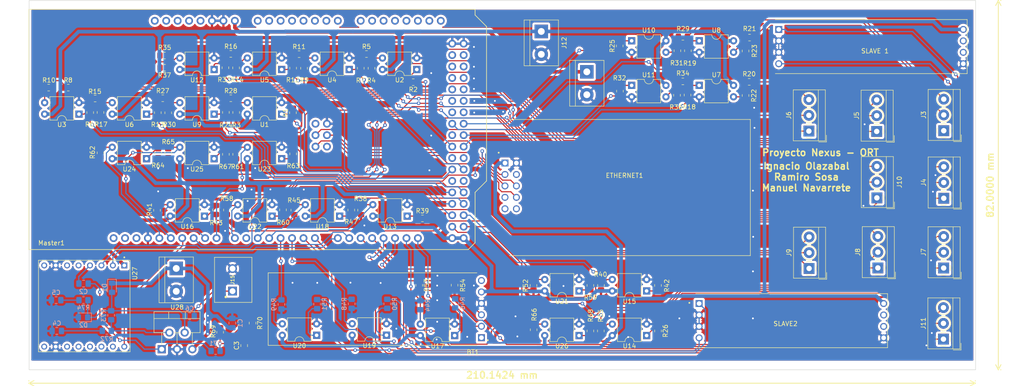
<source format=kicad_pcb>
(kicad_pcb (version 20211014) (generator pcbnew)
  (title_block (title "Proyecto Nexus Smart - ORT") (date "2022-11-02") (company "Ignacio Olazabal Ramiro Sosa Manuel Navarrete"))
  (layers (0 "F.Cu" signal) (31 "B.Cu" signal) (34 "B.Paste" user) (35 "F.Paste" user) (36 "B.SilkS" user "B.Silkscreen") (37 "F.SilkS" user "F.Silkscreen") (38 "B.Mask" user) (39 "F.Mask" user) (44 "Edge.Cuts" user))
  (net 0 "")
  (net 1 "B_TX")
  (net 2 "GND")
  (net 3 "Net-(BT1-Pad2)")
  (net 5 "+5V")
  (net 7 "Net-(C2-Pad1)")
  (net 8 "Net-(C2-Pad2)")
  (net 9 "Net-(C3-Pad1)")
  (net 10 "Net-(C4-Pad1)")
  (net 11 "Net-(C5-Pad1)")
  (net 12 "Net-(C6-Pad1)")
  (net 13 "Net-(C6-Pad2)")
  (net 15 "/ETHERNET + BT/MOSI")
  (net 16 "/ETHERNET + BT/SCK")
  (net 18 "BUSY")
  (net 22 "SLAVE_1_TX")
  (net 23 "E1S")
  (net 24 "E2S")
  (net 25 "E3S")
  (net 26 "E4S")
  (net 27 "E5S")
  (net 28 "E6S")
  (net 29 "E8S")
  (net 30 "E9S")
  (net 31 "E10S")
  (net 32 "Rx-audio")
  (net 33 "Tx-audio")
  (net 34 "B_RX")
  (net 38 "SLAVE_2_TX")
  (net 39 "SLAVE_2_RX")
  (net 40 "E11S")
  (net 56 "E12S")
  (net 57 "E13S")
  (net 58 "E14S")
  (net 59 "E7S")
  (net 60 "SS")
  (net 67 "/ETHERNET + BT/MISO")
  (net 68 "Net-(R1-Pad2)")
  (net 69 "Net-(R2-Pad2)")
  (net 70 "Net-(R28-Pad2)")
  (net 71 "Net-(R4-Pad2)")
  (net 72 "Net-(R6-Pad2)")
  (net 73 "Net-(R7-Pad2)")
  (net 74 "Net-(R10-Pad2)")
  (net 75 "Net-(R11-Pad2)")
  (net 76 "Net-(R12-Pad2)")
  (net 77 "Net-(R13-Pad2)")
  (net 78 "Net-(R14-Pad2)")
  (net 79 "Net-(R15-Pad2)")
  (net 80 "Net-(R18-Pad2)")
  (net 81 "Net-(R19-Pad2)")
  (net 82 "Net-(R20-Pad2)")
  (net 83 "Net-(R21-Pad2)")
  (net 84 "Net-(R24-Pad2)")
  (net 85 "Net-(R25-Pad2)")
  (net 86 "Net-(R26-Pad1)")
  (net 87 "Net-(R27-Pad2)")
  (net 88 "Net-(R29-Pad2)")
  (net 89 "Net-(R32-Pad2)")
  (net 90 "Net-(R33-Pad2)")
  (net 91 "Net-(R34-Pad2)")
  (net 92 "Net-(R35-Pad2)")
  (net 93 "Net-(R39-Pad1)")
  (net 94 "Net-(R42-Pad1)")
  (net 95 "Net-(R43-Pad1)")
  (net 96 "Net-(R46-Pad1)")
  (net 97 "Net-(R47-Pad1)")
  (net 98 "Net-(R50-Pad1)")
  (net 99 "Net-(R51-Pad1)")
  (net 100 "Net-(R59-Pad1)")
  (net 101 "Net-(R60-Pad1)")
  (net 102 "Net-(R63-Pad1)")
  (net 103 "Net-(R64-Pad1)")
  (net 104 "Net-(R67-Pad1)")
  (net 105 "Net-(R68-Pad1)")
  (net 106 "Net-(R72-Pad2)")
  (net 107 "+24V")
  (net 123 "S1E")
  (net 124 "S2E")
  (net 125 "S3E")
  (net 126 "S4E")
  (net 127 "S5E")
  (net 128 "S6E")
  (net 129 "S7E")
  (net 130 "S8E")
  (net 131 "S9E")
  (net 132 "S10E")
  (net 133 "S11E")
  (net 134 "S12E")
  (net 135 "SLAVE_1_RX")
  (net 136 "/AUDIO/V+")
  (net 137 "Net-(J2-Pad1)")
  (net 138 "S9S")
  (net 139 "S3S")
  (net 140 "S4S")
  (net 141 "S10S")
  (net 142 "S5S")
  (net 143 "S11S")
  (net 144 "S1S")
  (net 145 "S6S")
  (net 146 "S12S")
  (net 147 "S7S")
  (net 148 "S8S")
  (net 149 "S2S")
  (net 150 "E8E")
  (net 151 "E7E")
  (net 152 "E14E")
  (net 153 "E11E")
  (net 154 "E4E")
  (net 155 "E13E")
  (net 156 "E12E")
  (net 157 "E6E")
  (net 158 "E5E")
  (net 159 "E3E")
  (net 160 "E10E")
  (net 161 "E1E")
  (net 162 "E2E")
  (net 163 "E9E")
  (footprint "Resistor_SMD:R_0805_2012Metric_Pad1.20x1.40mm_HandSolder" (layer "F.Cu") (at 136.8204 84.8936 180)
    (fp_text reference "R2")
    (fp_text value "220" hide)
  )
  (footprint "Package_DIP:DIP-4_W7.62mm" (layer "F.Cu") (at 122.6072 82.0792 180)
    (fp_text reference "U4")
    (fp_text value "PC817" hide)
  )
  (footprint "Resistor_SMD:R_0805_2012Metric_Pad1.20x1.40mm_HandSolder" (layer "F.Cu") (at 211.4918 74.9976 180)
    (fp_text reference "R21")
    (fp_text value "100" hide)
  )
  (footprint "Package_DIP:DIP-4_W7.62mm" (layer "F.Cu") (at 107.6072 101.8842 180)
    (fp_text reference "U23")
    (fp_text value "PC817" hide)
  )
  (footprint "Package_DIP:DIP-4_W7.62mm" (layer "F.Cu") (at 146.0146 141.1502 180)
    (fp_text reference "U17")
    (fp_text value "PC817" hide)
  )
  (footprint "Package_DIP:DIP-4_W7.62mm" (layer "F.Cu") (at 137.6072 82.0792 180)
    (fp_text reference "U2")
    (fp_text value "PC817" hide)
  )
  (footprint "TerminalBlock:TerminalBlock_bornier-2_P5.08mm" (layer "F.Cu") (at 84.201 126.25 -90)
    (fp_text reference "J1" hide)
    (fp_text value "12V")
  )
  (footprint "Resistor_SMD:R_0805_2012Metric_Pad1.20x1.40mm_HandSolder" (layer "F.Cu") (at 80.1116 91.666 90)
    (fp_text reference "R13")
    (fp_text value "220" hide)
  )
  (footprint "Resistor_SMD:R_0805_2012Metric_Pad1.20x1.40mm_HandSolder" (layer "F.Cu") (at 111.4794 78.6756)
    (fp_text reference "R11")
    (fp_text value "12k" hide)
  )
  (footprint "Arduino shield:modulo comuni 485" (layer "F.Cu") (at 198.1313 131.3541)
    (fp_text reference "SLAVE2")
    (fp_text value "Max_485_cable" hide)
  )
  (footprint "Package_DIP:DIP-4_W7.62mm" (layer "F.Cu") (at 77.6072 91.9842 180)
    (fp_text reference "U6")
    (fp_text value "PC817" hide)
  )
  (footprint "Resistor_SMD:R_0805_2012Metric_Pad1.20x1.40mm_HandSolder" (layer "F.Cu") (at 191.1604 130.02 90)
    (fp_text reference "R42")
    (fp_text value "1K" hide)
  )
  (footprint "Package_DIP:DIP-4_W7.62mm" (layer "F.Cu") (at 135.4736 114.6326 180)
    (fp_text reference "U13")
    (fp_text value "PC817" hide)
  )
  (footprint "Resistor_SMD:R_0805_2012Metric_Pad1.20x1.40mm_HandSolder" (layer "F.Cu") (at 93.9491 140.4207 -90)
    (fp_text reference "R69")
    (fp_text value "100k" hide)
  )
  (footprint "Resistor_SMD:R_0805_2012Metric_Pad1.20x1.40mm_HandSolder" (layer "F.Cu") (at 191.1718 140.1292 -90)
    (fp_text reference "R26")
    (fp_text value "1K" hide)
  )
  (footprint "Resistor_SMD:R_0805_2012Metric_Pad1.20x1.40mm_HandSolder" (layer "F.Cu") (at 163.5252 130.02 -90)
    (fp_text reference "R52")
    (fp_text value "10K" hide)
  )
  (footprint "Resistor_SMD:R_0805_2012Metric_Pad1.20x1.40mm_HandSolder" (layer "F.Cu") (at 97.5106 91.6152 90)
    (fp_text reference "R3")
    (fp_text value "12k" hide)
  )
  (footprint "Resistor_SMD:R_0805_2012Metric_Pad1.20x1.40mm_HandSolder" (layer "F.Cu") (at 178.5112 130.02 -90)
    (fp_text reference "R40")
    (fp_text value "10K" hide)
  )
  (footprint "TerminalBlock_4Ucon:TerminalBlock_4Ucon_1x03_P3.50mm_Horizontal" (layer "F.Cu") (at 254.6096 95.6714 90)
    (fp_text reference "J3")
    (fp_text value "Screw_Terminal_01x03" hide)
  )
  (footprint "Resistor_SMD:R_0805_2012Metric_Pad1.20x1.40mm_HandSolder" (layer "F.Cu") (at 125.17 81.7998 90)
    (fp_text reference "R7")
    (fp_text value "220" hide)
  )
  (footprint "Resistor_SMD:R_0805_2012Metric_Pad1.20x1.40mm_HandSolder" (layer "F.Cu") (at 123.063 113.2814 90)
    (fp_text reference "R47")
    (fp_text value "1K" hide)
  )
  (footprint "Capacitor_SMD:C_0805_2012Metric_Pad1.18x1.45mm_HandSolder" (layer "F.Cu") (at 99.2886 143.3804 90)
    (fp_text reference "C3")
    (fp_text value "22uF" hide)
  )
  (footprint "Resistor_SMD:R_0805_2012Metric_Pad1.20x1.40mm_HandSolder" (layer "F.Cu") (at 95.2246 100.9116 -90)
    (fp_text reference "R67")
    (fp_text value "1K" hide)
  )
  (footprint "TerminalBlock_4Ucon:TerminalBlock_4Ucon_1x03_P3.50mm_Horizontal" (layer "F.Cu") (at 254.59 126.16 90)
    (fp_text reference "J7")
    (fp_text value "Screw_Terminal_01x03" hide)
  )
  (footprint "Resistor_SMD:R_0805_2012Metric_Pad1.20x1.40mm_HandSolder" (layer "F.Cu") (at 127.5576 81.7998 90)
    (fp_text reference "R4")
    (fp_text value "100" hide)
  )
  (footprint "TerminalBlock_4Ucon:TerminalBlock_4Ucon_1x03_P3.50mm_Horizontal" (layer "F.Cu") (at 239.76 110.58 90)
    (fp_text reference "J10")
    (fp_text value "Screw_Terminal_01x03" hide)
  )
  (footprint "Resistor_SMD:R_0805_2012Metric_Pad1.20x1.40mm_HandSolder" (layer "F.Cu") (at 138.8618 115.1356)
    (fp_text reference "R39")
    (fp_text value "1K" hide)
  )
  (footprint "Resistor_SMD:R_0805_2012Metric_Pad1.20x1.40mm_HandSolder" (layer "F.Cu") (at 110.4138 113.3068 -90)
    (fp_text reference "R45")
    (fp_text value "10K" hide)
  )
  (footprint "Package_DIP:DIP-4_W7.62mm" (layer "F.Cu") (at 173.6358 141.1502 180)
    (fp_text reference "U26")
    (fp_text value "PC817" hide)
  )
  (footprint "TerminalBlock:TerminalBlock_bornier-2_P5.08mm" (layer "F.Cu") (at 175.3616 82.5982 -90)
    (fp_text reference "J2" hide)
    (fp_text value "9V")
  )
  (footprint "Resistor_SMD:R_0805_2012Metric_Pad1.20x1.40mm_HandSolder" (layer "F.Cu") (at 81.2038 88.4656)
    (fp_text reference "R27")
    (fp_text value "100" hide)
  )
  (footprint "Resistor_SMD:R_0805_2012Metric_Pad1.20x1.40mm_HandSolder" (layer "F.Cu") (at 95.123 81.6932 90)
    (fp_text reference "R33")
    (fp_text value "220" hide)
  )
  (footprint "Resistor_SMD:R_0805_2012Metric_Pad1.20x1.40mm_HandSolder" (layer "F.Cu") (at 197.8012 77.9186 90)
    (fp_text reference "R19")
    (fp_text value "220" hide)
  )
  (footprint "Resistor_SMD:R_0805_2012Metric_Pad1.20x1.40mm_HandSolder" (layer "F.Cu") (at 196.6836 84.7258 180)
    (fp_text reference "R34")
    (fp_text value "100" hide)
  )
  (footprint "Resistor_SMD:R_0805_2012Metric_Pad1.20x1.40mm_HandSolder" (layer "F.Cu") (at 210.6028 87.85 90)
    (fp_text reference "R22")
    (fp_text value "12k" hide)
  )
  (footprint "Resistor_SMD:R_0805_2012Metric_Pad1.20x1.40mm_HandSolder" (layer "F.Cu") (at 67.3862 100.5814 -90)
    (fp_text reference "R62")
    (fp_text value "10K" hide)
  )
  (footprint "Resistor_SMD:R_0805_2012Metric_Pad1.20x1.40mm_HandSolder" (layer "F.Cu") (at 95.2246 91.6058 90)
    (fp_text reference "R24")
    (fp_text value "220" hide)
  )
  (footprint "Resistor_SMD:R_0805_2012Metric_Pad1.20x1.40mm_HandSolder" (layer "F.Cu") (at 110.1586 81.7744 90)
    (fp_text reference "R12")
    (fp_text value "220" hide)
  )
  (footprint "TerminalBlock_4Ucon:TerminalBlock_4Ucon_1x03_P3.50mm_Horizontal" (layer "F.Cu") (at 239.7252 95.8316 90)
    (fp_text reference "J5")
    (fp_text value "Screw_Terminal_01x03" hide)
  )
  (footprint "Package_DIP:DIP-4_W7.62mm" (layer "F.Cu") (at 77.6072 101.8842 180)
    (fp_text reference "U24")
    (fp_text value "PC817" hide)
  )
  (footprint "Resistor_SMD:R_0805_2012Metric_Pad1.20x1.40mm_HandSolder" (layer "F.Cu") (at 176.149 130.02 90)
    (fp_text reference "R59")
    (fp_text value "1K" hide)
  )
  (footprint "Resistor_SMD:R_0805_2012Metric_Pad1.20x1.40mm_HandSolder" (layer "F.Cu") (at 66.1924 88.5164 180)
    (fp_text reference "R15")
    (fp_text value "100" hide)
  )
  (footprint "TerminalBlock_4Ucon:TerminalBlock_4Ucon_1x03_P3.50mm_Horizontal" (layer "F.Cu") (at 224.6614 95.7606 90)
    (fp_text reference "J6")
    (fp_text value "Screw_Terminal_01x03" hide)
  )
  (footprint "Package_DIP:DIP-4_W7.62mm" (layer "F.Cu") (at 130.8862 141.069 180)
    (fp_text reference "U19")
    (fp_text value "PC817" hide)
  )
  (footprint "Resistor_SMD:R_0805_2012Metric_Pad1.20x1.40mm_HandSolder" (layer "F.Cu") (at 97.5106 100.9116 -90)
    (fp_text reference "R61")
    (fp_text value "10K" hide)
  )
  (footprint "Resistor_SMD:R_0805_2012Metric_Pad1.20x1.40mm_HandSolder" (layer "F.Cu") (at 101.1428 138.3792 -90)
    (fp_text reference "R70")
    (fp_text value "100k" hide)
  )
  (footprint "Resistor_SMD:R_0805_2012Metric_Pad1.20x1.40mm_HandSolder" (layer "F.Cu") (at 81.5836 78.9804 180)
    (fp_text reference "R35")
    (fp_text value "100" hide)
  )
  (footprint "Package_DIP:DIP-4_W7.62mm" (layer "F.Cu") (at 107.6072 82.0792 180)
    (fp_text reference "U5")
    (fp_text value "PC817" hide)
  )
  (footprint "Package_DIP:DIP-4_W7.62mm" (layer "F.Cu") (at 92.6072 91.9842 180)
    (fp_text reference "U9")
    (fp_text value "PC817" hide)
  )
  (footprint "Package_DIP:DIP-4_W7.62mm" (layer "F.Cu") (at 185.3144 75.7098)
    (fp_text reference "U10")
    (fp_text value "PC817" hide)
  )
  (footprint "Resistor_SMD:R_0805_2012Metric_Pad1.20x1.40mm_HandSolder" (layer "F.Cu") (at 138.1506 129.9852 -90)
    (fp_text reference "R53")
    (fp_text value "1k" hide)
  )
  (footprint "Resistor_SMD:R_0805_2012Metric_Pad1.20x1.40mm_HandSolder" (layer "F.Cu") (at 112.5716 81.7998 90)
    (fp_text reference "R9")
    (fp_text value "100" hide)
  )
  (footprint "Resistor_SMD:R_0805_2012Metric_Pad1.20x1.40mm_HandSolder" (layer "F.Cu") (at 60.2234 86.1034 180)
    (fp_text reference "R8")
    (fp_text value "100" hide)
  )
  (footprint "Resistor_SMD:R_0805_2012Metric_Pad1.20x1.40mm_HandSolder" (layer "F.Cu") (at 211.4156 84.8274 180)
    (fp_text reference "R20")
    (fp_text value "100" hide)
  )
  (footprint "Resistor_SMD:R_0805_2012Metric_Pad1.20x1.40mm_HandSolder" (layer "F.Cu") (at 195.3882 87.7992 90)
    (fp_text reference "R36")
    (fp_text value "12k" hide)
  )
  (footprint "Resistor_SMD:R_0805_2012Metric_Pad1.20x1.40mm_HandSolder" (layer "F.Cu") (at 196.6836 74.8198 180)
    (fp_text reference "R29")
    (fp_text value "100" hide)
  )
  (footprint "Resistor_SMD:R_0805_2012Metric_Pad1.20x1.40mm_HandSolder" (layer "F.Cu") (at 55.88 86.1034 180)
    (fp_text reference "R10")
    (fp_text value "12k" hide)
  )
  (footprint "Resistor_SMD:R_0805_2012Metric_Pad1.20x1.40mm_HandSolder" (layer "F.Cu") (at 79.9338 113.3322 -90)
    (fp_text reference "R41")
    (fp_text value "10K" hide)
  )
  (footprint "Resistor_SMD:R_0805_2012Metric_Pad1.20x1.40mm_HandSolder" (layer "F.Cu") (at 125.2474 113.3068 -90)
    (fp_text reference "R38")
    (fp_text value "10K" hide)
  )
  (footprint "Resistor_SMD:R_0805_2012Metric_Pad1.20x1.40mm_HandSolder" (layer "F.Cu") (at 163.5568 139.8752 -90)
    (fp_text reference "R66")
    (fp_text value "10K" hide)
  )
  (footprint "Resistor_SMD:R_0805_2012Metric_Pad1.20x1.40mm_HandSolder" (layer "F.Cu") (at 82.423 100.6576 -90)
    (fp_text reference "R65")
    (fp_text value "10K" hide)
  )
  (footprint "Package_DIP:DIP-4_W7.62mm" (layer "F.Cu") (at 173.6358 131.2502 180)
    (fp_text reference "U21")
    (fp_text value "PC817" hide)
  )
  (footprint "Package_DIP:DIP-4_W7.62mm" (layer "F.Cu") (at 200.3144 75.7098)
    (fp_text reference "U8")
    (fp_text value "PC817" hide)
  )
  (footprint "Resistor_SMD:R_0805_2012Metric_Pad1.20x1.40mm_HandSolder" (layer "F.Cu") (at 93.0148 113.272 -90)
    (fp_text reference "R43")
    (fp_text value "1K" hide)
  )
  (footprint "Resistor_SMD:R_0805_2012Metric_Pad1.20x1.40mm_HandSolder" (layer "F.Cu") (at 178.4718 140.1292 -90)
    (fp_text reference "R55")
    (fp_text value "10K" hide)
  )
  (footprint "Package_DIP:DIP-4_W7.62mm" (layer "F.Cu") (at 188.6358 141.1502 180)
    (fp_text reference "U14")
    (fp_text value "PC817" hide)
  )
  (footprint "Resistor_SMD:R_0805_2012Metric_Pad1.20x1.40mm_HandSolder" (layer "F.Cu") (at 81.609 81.6982 180)
    (fp_text reference "R37")
    (fp_text value "12k" hide)
  )
  (footprint "Resistor_SMD:R_0805_2012Metric_Pad1.20x1.40mm_HandSolder" (layer "F.Cu") (at 182.7136 86.8848 90)
    (fp_text reference "R32")
    (fp_text value "220" hide)
  )
  (footprint "Resistor_SMD:R_0805_2012Metric_Pad1.20x1.40mm_HandSolder" (layer "F.Cu") (at 176.1552 140.1292 90)
    (fp_text reference "R68")
    (fp_text value "1K" hide)
  )
  (footprint "Resistor_SMD:R_0805_2012Metric_Pad1.20x1.40mm_HandSolder" (layer "F.Cu") (at 95.4532 113.2814 -90)
    (fp_text reference "R58")
    (fp_text value "10K" hide)
  )
  (footprint "Package_DIP:DIP-4_W7.62mm" (layer "F.Cu") (at 115.3668 141.0944 180)
    (fp_text reference "U20")
    (fp_text value "PC817" hide)
  )
  (footprint "Package_DIP:DIP-4_W7.62mm" (layer "F.Cu") (at 105.4736 114.6326 180)
    (fp_text reference "U22")
    (fp_text value "PC817" hide)
  )
  (footprint "Resistor_SMD:R_0805_2012Metric_Pad1.20x1.40mm_HandSolder" (layer "F.Cu") (at 97.4852 81.7186 90)
    (fp_text reference "R14")
    (fp_text value "100" hide)
  )
  (footprint "Package_DIP:DIP-4_W7.62mm" (layer "F.Cu") (at 92.6072 82.0792 180)
    (fp_text reference "U12")
    (fp_text value "PC817" hide)
  )
  (footprint "Package_DIP:DIP-4_W7.62mm" (layer "F.Cu") (at 62.6072 91.9842 180)
    (fp_text reference "U3")
    (fp_text value "PC817" hide)
  )
  (footprint "Package_TO_SOT_THT:TO-220-5_P3.4x3.7mm_StaggerOdd_Lead3.8mm_Vertical" (layer "F.Cu") (at 80.9788 144.1856)
    (fp_text reference "U28")
    (fp_text value "TDA2030")
  )
  (footprint "Connector_Phoenix_MC_HighVoltage:PHOENIX_1935161" (layer "F.Cu") (at 96.7 128.79 90)
    (fp_text reference "J15")
    (fp_text value "TerminalBlock:TerminalBlock_bornier-2_P5.08mm" hide)
  )
  (footprint "Resistor_SMD:R_0805_2012Metric_Pad1.20x1.40mm_HandSolder" (layer "F.Cu") (at 82.423 91.6914 90)
    (fp_text reference "R30")
    (fp_text value "12k" hide)
  )
  (footprint "Package_DIP:DIP-4_W7.62mm" (layer "F.Cu") (at 120.4736 114.6326 180)
    (fp_text reference "U18")
    (fp_text value "PC817" hide)
  )
  (footprint "Package_DIP:DIP-4_W7.62mm" (layer "F.Cu") (at 90.4736 114.6326 180)
    (fp_text reference "U16")
    (fp_text value "PC817" hide)
  )
  (footprint "Resistor_SMD:R_0805_2012Metric_Pad1.20x1.40mm_HandSolder" (layer "F.Cu") (at 145.9992 129.9598 -90)
    (fp_text reference "R54")
    (fp_text value "2k" hide)
  )
  (footprint "Arduino shield:Arduino_Mega2560_Shield" (layer "F.Cu") (at 49.972453 122.063388)
    (fp_text reference "Master1")
    (fp_text value "Arduino_Mega2560_Shield" hide)
  )
  (footprint "Arduino shield:MODULE_DFR0299" (layer "F.Cu") (at 63.7794 134.5951 -90)
    (fp_text reference "U27")
    (fp_text value "DFR0299")
  )
  (footprint "Package_DIP:DIP-4_W7.62mm" (layer "F.Cu") (at 107.6072 91.9842 180)
    (fp_text reference "U1")
    (fp_text value "PC817" hide)
  )
  (footprint "Package_DIP:DIP-4_W7.62mm" (layer "F.Cu") (at 200.3144 85.6098)
    (fp_text reference "U7")
    (fp_text value "PC817" hide)
  )
  (footprint "Package_DIP:DIP-4_W7.62mm" (layer "F.Cu") (at 185.3144 85.6098)
    (fp_text reference "U11")
    (fp_text value "PC817" hide)
  )
  (footprint "Arduino shield:modulo comuni 485" (layer "F.Cu") (at 215.8097 70.4957)
    (fp_text reference "SLAVE 1")
    (fp_text value "Max_485_cable" hide)
  )
  (footprint "TerminalBlock_4Ucon:TerminalBlock_4Ucon_1x03_P3.50mm_Horizontal" (layer "F.Cu") (at 254.54 141.95 90)
    (fp_text reference "J11")
    (fp_text value "Screw_Terminal_01x03" hide)
  )
  (footprint "TerminalBlock_4Ucon:TerminalBlock_4Ucon_1x03_P3.50mm_Horizontal" (layer "F.Cu") (at 254.6096 110.6714 90)
    (fp_text reference "J4")
    (fp_text value "Screw_Terminal_01x03" hide)
  )
  (footprint "TerminalBlock:TerminalBlock_bornier-2_P5.08mm" (layer "F.Cu") (at 165.2524 73.632 -90)
    (fp_text reference "J12")
    (fp_text value "24v")
  )
  (footprint "Resistor_SMD:R_0805_2012Metric_Pad1.20x1.40mm_HandSolder" (layer "F.Cu") (at 110.1104 91.6806 90)
    (fp_text reference "R1")
    (fp_text value "220" hide)
  )
  (footprint "Resistor_SMD:R_0805_2012Metric_Pad1.20x1.40mm_HandSolder" (layer "F.Cu") (at 80.1878 100.6576 -90)
    (fp_text reference "R64")
    (fp_text value "1K" hide)
  )
  (footprint "Resistor_SMD:R_0805_2012Metric_Pad1.20x1.40mm_HandSolder" (layer "F.Cu") (at 197.725 87.7484 90)
    (fp_text reference "R18")
    (fp_text value "220" hide)
  )
  (footprint "TerminalBlock_4Ucon:TerminalBlock_4Ucon_1x03_P3.50mm_Horizontal" (layer "F.Cu") (at 239.9792 126.1338 90)
    (fp_text reference "J8")
    (fp_text value "Screw_Terminal_01x03" hide)
  )
  (footprint "Resistor_SMD:R_0805_2012Metric_Pad1.20x1.40mm_HandSolder" (layer "F.Cu") (at 65.1002 91.6406 90)
    (fp_text reference "R6")
    (fp_text value "220" hide)
  )
  (footprint "Arduino shield:MODULE_ZC142200" (layer "F.Cu") (at 151.96415 135.2778 180)
    (fp_text reference "BT1")
    (fp_text value "ZC142200" hide)
  )
  (footprint "Resistor_SMD:R_0805_2012Metric_Pad1.20x1.40mm_HandSolder" (layer "F.Cu") (at 210.6028 77.9694 90)
    (fp_text reference "R23")
    (fp_text value "12k" hide)
  )
  (footprint "Resistor_SMD:R_0805_2012Metric_Pad1.20x1.40mm_HandSolder" (layer "F.Cu") (at 195.4738 77.9186 90)
    (fp_text reference "R31")
    (fp_text value "12k" hide)
  )
  (footprint "Resistor_SMD:R_0805_2012Metric_Pad1.20x1.40mm_HandSolder" (layer "F.Cu") (at 96.3168 78.6198)
    (fp_text reference "R16")
    (fp_text value "12k" hide)
  )
  (footprint "Package_DIP:DIP-4_W7.62mm" (layer "F.Cu") (at 92.6072 101.8842 180)
    (fp_text reference "U25")
    (fp_text value "PC817" hide)
  )
  (footprint "Resistor_SMD:R_0805_2012Metric_Pad1.20x1.40mm_HandSolder" (layer "F.Cu") (at 126.44 78.6502)
    (fp_text reference "R5")
    (fp_text value "12k" hide)
  )
  (footprint "Resistor_SMD:R_0805_2012Metric_Pad1.20x1.40mm_HandSolder" (layer "F.Cu") (at 182.6628 76.8518 90)
    (fp_text reference "R25")
    (fp_text value "220" hide)
  )
  (footprint "TerminalBlock_4Ucon:TerminalBlock_4Ucon_1x03_P3.50mm_Horizontal" (layer "F.Cu") (at 224.7154 126.2556 90)
    (fp_text reference "J9")
    (fp_text value "Screw_Terminal_01x03" hide)
  )
  (footprint "Resistor_SMD:R_0805_2012Metric_Pad1.20x1.40mm_HandSolder" (layer "F.Cu") (at 110.1598 100.81 90)
    (fp_text reference "R63")
    (fp_text value "1K" hide)
  )
  (footprint "Resistor_SMD:R_0805_2012Metric_Pad1.20x1.40mm_HandSolder" (layer "F.Cu") (at 96.3168 88.4656)
    (fp_text reference "R28")
    (fp_text value "100" hide)
  )
  (footprint "Resistor_SMD:R_0805_2012Metric_Pad1.20x1.40mm_HandSolder" (layer "F.Cu") (at 107.8992 113.2466 90)
    (fp_text reference "R60")
    (fp_text value "1K" hide)
  )
  (footprint "Resistor_SMD:R_0805_2012Metric_Pad1.20x1.40mm_HandSolder" (layer "F.Cu") (at 67.3862 91.6152 90)
    (fp_text reference "R17")
    (fp_text value "12k" hide)
  )
  (footprint "Arduino shield:ecnj" (layer "F.Cu") (at 155.7879 92.9275)
    (fp_text reference "ETHERNET1")
    (fp_text value "ENC28J60_NEXUS" hide)
  )
  (footprint "Package_DIP:DIP-4_W7.62mm" (layer "F.Cu") (at 188.6358 131.2502 180)
    (fp_text reference "U15")
    (fp_text value "PC817" hide)
  )
  (footprint "Capacitor_SMD:C_0805_2012Metric_Pad1.18x1.45mm_HandSolder" (layer "B.Cu") (at 57.6834 140.1292 180)
    (fp_text reference "C4")
    (fp_text value "2uF" hide)
  )
  (footprint "Capacitor_SMD:C_0805_2012Metric_Pad1.18x1.45mm_HandSolder" (layer "B.Cu") (at 57.531 133.2966 180)
    (fp_text reference "C5")
    (fp_text value "220nF" hide)
  )
  (footprint "Resistor_SMD:R_0805_2012Metric_Pad1.20x1.40mm_HandSolder" (layer "B.Cu") (at 138.3792 134.4142 90)
    (fp_text reference "R44")
    (fp_text value "10K" hide)
  )
  (footprint "Resistor_SMD:R_0805_2012Metric_Pad1.20x1.40mm_HandSolder" (layer "B.Cu") (at 146.1262 134.0078 90)
    (fp_text reference "R46")
    (fp_text value "1K" hide)
  )
  (footprint "Diode_SMD:D_0805_2012Metric_Pad1.15x1.40mm_HandSolder" (layer "B.Cu") (at 69.94 130.5225 -90)
    (fp_text reference "D1")
    (fp_text value "1N4148W" hide)
  )
  (footprint "Resistor_SMD:R_0805_2012Metric_Pad1.20x1.40mm_HandSolder" (layer "B.Cu") (at 68.7832 140.1038)
    (fp_text reference "R72")
    (fp_text value "4.7k" hide)
  )
  (footprint "Capacitor_SMD:C_0805_2012Metric_Pad1.18x1.45mm_HandSolder" (layer "B.Cu") (at 87.1728 136.8272 180)
    (fp_text reference "C6")
    (fp_text value "2000uF")
  )
  (footprint "Resistor_SMD:R_0805_2012Metric_Pad1.20x1.40mm_HandSolder" (layer "B.Cu") (at 69.7484 136.6494 -90)
    (fp_text reference "R73")
    (fp_text value "150k" hide)
  )
  (footprint "Resistor_SMD:R_0805_2012Metric_Pad1.20x1.40mm_HandSolder" (layer "B.Cu") (at 107.5536 134.2474 -90)
    (fp_text reference "R49")
    (fp_text value "10K" hide)
  )
  (footprint "Resistor_SMD:R_0805_2012Metric_Pad1.20x1.40mm_HandSolder" (layer "B.Cu") (at 123.1492 134.1044 -90)
    (fp_text reference "R48")
    (fp_text value "10K" hide)
  )
  (footprint "Resistor_SMD:R_0805_2012Metric_Pad1.20x1.40mm_HandSolder" (layer "B.Cu") (at 115.4784 134.1712 90)
    (fp_text reference "R51")
    (fp_text value "1K" hide)
  )
  (footprint "Capacitor_SMD:C_0805_2012Metric_Pad1.18x1.45mm_HandSolder" (layer "B.Cu") (at 63.627 129.6162)
    (fp_text reference "C2")
    (fp_text value "1uF" hide)
  )
  (footprint "Capacitor_SMD:C_0805_2012Metric_Pad1.18x1.45mm_HandSolder" (layer "B.Cu") (at 96.647 138.3792 -90)
    (fp_text reference "C1")
    (fp_text value "100nF" hide)
  )
  (footprint "Resistor_SMD:R_0805_2012Metric_Pad1.20x1.40mm_HandSolder" (layer "B.Cu") (at 92.9386 144.5742 180)
    (fp_text reference "R71")
    (fp_text value "100k" hide)
  )
  (footprint "Diode_SMD:D_0805_2012Metric_Pad1.15x1.40mm_HandSolder" (layer "B.Cu") (at 63.5 137.1066 180)
    (fp_text reference "D2")
    (fp_text value "1N4148W" hide)
  )
  (footprint "Resistor_SMD:R_0805_2012Metric_Pad1.20x1.40mm_HandSolder" (layer "B.Cu") (at 131.0486 134.1044 90)
    (fp_text reference "R50")
    (fp_text value "1K" hide)
  )
  (footprint "Resistor_SMD:R_0805_2012Metric_Pad1.20x1.40mm_HandSolder" (layer "B.Cu") (at 63.6016 133.2966)
    (fp_text reference "R74")
    (fp_text value "1" hide)
  )
  (gr_rect (start 51.5366 148.7552) (end 261.679 66.7552) (layer "Edge.Cuts") (width 0.1) (fill none))
  (gr_text "Proyecto Nexus - ORT" (at 227.2538 100.5332) (layer "F.SilkS") (effects (font (size 1.5 1.5) (thickness 0.3))))
  (gr_text "Ignacio Olazabal\nRamiro Sosa\nManuel Navarrete" (at 224.1296 105.9434) (layer "F.SilkS") (effects (font (size 1.5 1.5) (thickness 0.3))))
  (dimension (type aligned) (layer "F.SilkS") (pts (xy 266.7254 66.7512) (xy 266.7254 148.7512)) (height 0) (gr_text "82,0000 mm" (at 264.9254 107.7512 90) (layer "F.SilkS") (effects (font (size 1.5 1.5) (thickness 0.3)))) (format (units 3) (units_format 1) (precision 4)) (style (thickness 0.2) (arrow_length 1.27) (text_position_mode 0) (extension_height 0.58642) (extension_offset 0.5) keep_text_aligned))
  (dimension (type aligned) (layer "F.SilkS") (pts (xy 51.4776 151.7396) (xy 261.62 151.7396)) (height 0) (gr_text "210,1424 mm" (at 156.5488 149.9396) (layer "F.SilkS") (effects (font (size 1.5 1.5) (thickness 0.3)))) (format (units 3) (units_format 1) (precision 4)) (style (thickness 0.2) (arrow_length 1.27) (text_position_mode 0) (extension_height 0.58642) (extension_offset 0.5) keep_text_aligned))
  (segment (start 148.7424 128.1404) (end 146.9898 126.3878) (width 0.25) (layer "F.Cu") (net 1))
  (segment (start 146.9898 126.3878) (end 134.560865 126.3878) (width 0.25) (layer "F.Cu") (net 1))
  (segment (start 148.7424 133.32605) (end 148.7424 128.1404) (width 0.25) (layer "F.Cu") (net 1))
  (segment (start 151.96415 136.5478) (end 148.7424 133.32605) (width 0.25) (layer "F.Cu") (net 1))
  (segment (start 134.560865 126.3878) (end 127.696453 119.523388) (width 0.25) (layer "F.Cu") (net 1))
  (segment (start 178.4718 142.1752) (end 178.4718 141.1292) (width 0.25) (layer "F.Cu") (net 2))
  (segment (start 178.9828 142.6862) (end 178.4718 142.1752) (width 0.25) (layer "F.Cu") (net 2))
  (segment (start 184.54 141.49) (end 184.4826 141.49) (width 0.25) (layer "F.Cu") (net 2))
  (segment (start 183.2864 142.6862) (end 178.9828 142.6862) (width 0.25) (layer "F.Cu") (net 2))
  (segment (start 184.4826 141.49) (end 183.2864 142.6862) (width 0.25) (layer "F.Cu") (net 2))
  (via (at 122.8852 129.4104) (size 0.8) (drill 0.4) (layers "F.Cu" "B.Cu") (net 2))
  (via (at 110.02 129.44) (size 0.8) (drill 0.4) (layers "F.Cu" "B.Cu") (net 2))
  (via (at 252.77 105.54) (size 0.8) (drill 0.4) (layers "F.Cu" "B.Cu") (net 2))
  (via (at 142.14 138.09) (size 0.8) (drill 0.4) (layers "F.Cu" "B.Cu") (net 2))
  (via (at 138.4808 143.0528) (size 0.8) (drill 0.4) (layers "F.Cu" "B.Cu") (net 2))
  (via (at 212.24 137.34) (size 0.8) (drill 0.4) (layers "F.Cu" "B.Cu") (net 2))
  (via (at 170.18 130.1496) (size 0.8) (drill 0.4) (layers "F.Cu" "B.Cu") (net 2))
  (via (at 251.79 124.46) (size 0.8) (drill 0.4) (layers "F.Cu" "B.Cu") (net 2))
  (via (at 212.24 108.98) (size 0.8) (drill 0.4) (layers "F.Cu" "B.Cu") (net 2))
  (via (at 133.0706 139.6238) (size 0.8) (drill 0.4) (layers "F.Cu" "B.Cu") (net 2))
  (via (at 80.1878 109.1438) (size 0.8) (drill 0.4) (layers "F.Cu" "B.Cu") (net 2))
  (via (at 100.9142 108.7374) (size 0.8) (drill 0.4) (layers "F.Cu" "B.Cu") (net 2))
  (via (at 140.4112 104.4702) (size 0.8) (drill 0.4) (layers "F.Cu" "B.Cu") (net 2))
  (via (at 150.3 86.3854) (size 0.8) (drill 0.4) (layers "F.Cu" "B.Cu") (net 2))
  (via (at 150.3 77.07) (size 0.8) (drill 0.4) (layers "F.Cu" "B.Cu") (net 2))
  (via (at 125.97 116.71) (size 0.8) (drill 0.4) (layers "F.Cu" "B.Cu") (net 2))
  (via (at 156.78 91.46) (size 0.8) (drill 0.4) (layers "F.Cu" "B.Cu") (net 2))
  (via (at 232.35 108.9) (size 0.8) (drill 0.4) (layers "F.Cu" "B.Cu") (net 2))
  (via (at 159.9438 141.351) (size 0.8) (drill 0.4) (layers "F.Cu" "B.Cu") (net 2))
  (via (at 184.54 141.49) (size 0.8) (drill 0.4) (layers "F.Cu" "B.Cu") (net 2))
  (via (at 252.21 109.21) (size 0.8) (drill 0.4) (layers "F.Cu" "B.Cu") (net 2))
  (via (at 86.7664 103.9876) (size 0.8) (drill 0.4) (layers "F.Cu" "B.Cu") (net 2))
  (via (at 142.13 130.06) (size 0.8) (drill 0.4) (layers "F.Cu" "B.Cu") (net 2))
  (via (at 100.0506 111.2774) (size 0.8) (drill 0.4) (layers "F.Cu" "B.Cu") (net 2))
  (via (at 112.522 108.7374) (size 0.8) (drill 0.4) (layers "F.Cu" "B.Cu") (net 2))
  (via (at 159.53 136.89) (size 0.8) (drill 0.4) (layers "F.Cu" "B.Cu") (net 2))
  (via (at 95.0468 117.9068) (size 0.8) (drill 0.4) (layers "F.Cu" "B.Cu") (net 2))
  (via (at 150.36 91.65) (size 0.8) (drill 0.4) (layers "F.Cu" "B.Cu") (net 2))
  (via (at 154.95 89.05) (size 0.8) (drill 0.4) (layers "F.Cu" "B.Cu") (net 2))
  (via (at 251.96 140.59) (size 0.8) (drill 0.4) (layers "F.Cu" "B.Cu") (net 2))
  (via (at 140.8176 96.7486) (size 0.8) (drill 0.4) (layers "F.Cu" "B.Cu") (net 2))
  (via (at 115.51 129.45) (size 0.8) (drill 0.4) (layers "F.Cu" "B.Cu") (net 2))
  (via (at 80.1878 104.0384) (size 0.8) (drill 0.4) (layers "F.Cu" "B.Cu") (net 2))
  (via (at 237.04 94.25) (size 0.8) (drill 0.4) (layers "F.Cu" "B.Cu") (net 2))
  (via (at 150.2918 130.048) (size 0.8) (drill 0.4) (layers "F.Cu" "B.Cu") (net 2))
  (via (at 212.25 126.9) (size 0.8) (drill 0.4) (layers "F.Cu" "B.Cu") (net 2))
  (via (at 142.1892 127.8636) (size 0.8) (drill 0.4) (layers "F.Cu" "B.Cu") (net 2))
  (via (at 212.5218 90.5764) (size 0.8) (drill 0.4) (layers "F.Cu" "B.Cu") (net 2))
  (via (at 129.58 129.48) (size 0.8) (drill 0.4) (layers "F.Cu" "B.Cu") (net 2))
  (via (at 140.8176 82.8802) (size 0.8) (drill 0.4) (layers "F.Cu" "B.Cu") (net 2))
  (via (at 236.78 112.34) (size 0.8) (drill 0.4) (layers "F.Cu" "B.Cu") (net 2))
  (via (at 150.38 89.05) (size 0.8) (drill 0.4) (layers "F.Cu" "B.Cu") (net 2))
  (via (at 150.3 81.47) (size 0.8) (drill 0.4) (layers "F.Cu" "B.Cu") (net 2))
  (via (at 250.76 143.34) (size 0.8) (drill 0.4) (layers "F.Cu" "B.Cu") (net 2))
  (via (at 150.3 84.074) (size 0.8) (drill 0.4) (layers "F.Cu" "B.Cu") (net 2))
  (via (at 101.727 103.9876) (size 0.8) (drill 0.4) (layers "F.Cu" "B.Cu") (net 2))
  (via (at 195.91 137.34) (size 0.8) (drill 0.4) (layers "F.Cu" "B.Cu") (net 2))
  (via (at 212.59 95.04) (size 0.8) (drill 0.4) (layers "F.Cu" "B.Cu") (net 2))
  (via (at 212.3 119.23) (size 0.8) (drill 0.4) (layers "F.Cu" "B.Cu") (net 2))
  (via (at 142.15 133.31) (size 0.8) (drill 0.4) (layers "F.Cu" "B.Cu") (net 2))
  (via (at 180.36 136.86) (size 0.8) (drill 0.4) (layers "F.Cu" "B.Cu") (net 2))
  (via (at 148.81 141.43) (size 0.8) (drill 0.4) (layers "F.Cu" "B.Cu") (net 2))
  (via (at 142.01 142.01) (size 0.8) (drill 0.4) (layers "F.Cu" "B.Cu") (net 2))
  (via (at 105.1052 108.712) (size 0.8) (drill 0.4) (layers "F.Cu" "B.Cu") (net 2))
  (segment (start 217.9747 75.7257) (end 217.9747 78.2657) (width 0.25) (layer "B.Cu") (net 2))
  (segment (start 200.2963 136.5841) (end 200.2963 139.1241) (width 0.25) (layer "B.Cu") (net 2))
  (segment (start 142.6972 131.1402) (end 138.3056 131.1402) (width 0.25) (layer "F.Cu") (net 3))
  (segment (start 138.3056 131.1402) (end 138.1506 130.9852) (width 0.25) (layer "F.Cu") (net 3))
  (segment (start 151.96415 139.0878) (end 150.6448 139.0878) (width 0.25) (layer "F.Cu") (net 3))
  (segment (start 150.6448 139.0878) (end 142.6972 131.1402) (width 0.25) (layer "F.Cu") (net 3))
  (segment (start 67.9704 120.8791) (end 72.6694 125.5781) (width 0.8) (layer "F.Cu") (net 5))
  (segment (start 82.8536 114.6326) (end 81.954 115.5322) (width 0.8) (layer "F.Cu") (net 5))
  (segment (start 81.954 115.5322) (end 70.571 115.5322) (width 0.8) (layer "F.Cu") (net 5))
  (segment (start 70.571 115.5322) (end 67.9704 118.1328) (width 0.8) (layer "F.Cu") (net 5))
  (segment (start 67.9704 118.1328) (end 67.9704 120.8791) (width 0.8) (layer "F.Cu") (net 5))
  (segment (start 123.1519 142.6083) (end 122.3645 143.3957) (width 0.25) (layer "B.Cu") (net 5))
  (segment (start 129.7686 113.919) (end 129.2606 114.427) (width 0.25) (layer "B.Cu") (net 5))
  (segment (start 102.6668 112.1918) (end 100.226 114.6326) (width 0.8) (layer "B.Cu") (net 5))
  (segment (start 181.0158 131.2502) (end 182.6902 131.2502) (width 0.8) (layer "B.Cu") (net 5))
  (segment (start 129.794 115.3668) (end 129.286 114.8588) (width 0.25) (layer "B.Cu") (net 5))
  (segment (start 182.972218 131.532218) (end 182.972218 121.272218) (width 0.8) (layer "B.Cu") (net 5))
  (segment (start 241.2663 134.0441) (end 239.6022 132.38) (width 0.8) (layer "B.Cu") (net 5))
  (segment (start 132.5116 117.17) (end 133.3248 117.17) (width 0.8) (layer "B.Cu") (net 5))
  (segment (start 84.9872 107.2122) (end 84.9872 101.8842) (width 0.8) (layer "B.Cu") (net 5))
  (segment (start 183.24 132.94) (end 182.99 132.69) (width 0.8) (layer "B.Cu") (net 5))
  (segment (start 155.030355 103.749645) (end 155.9325 102.8475) (width 0.8) (layer "B.Cu") (net 5))
  (segment (start 182.879 134.001) (end 184.021 132.859) (width 0.25) (layer "B.Cu") (net 5))
  (segment (start 74.214 101.8842) (end 69.9872 101.8842) (width 0.8) (layer "B.Cu") (net 5))
  (segment (start 154.0256 130.6068) (end 153.5176 131.1148) (width 0.25) (layer "B.Cu") (net 5))
  (segment (start 133.3248 117.17) (end 131.013 117.17) (width 0.8) (layer "B.Cu") (net 5))
  (segment (start 254.1157 73.1857) (end 252.3548 71.4248) (width 0.8) (layer "B.Cu") (net 5))
  (segment (start 166.7764 143.6624) (end 166.2684 143.1544) (width 0.25) (layer "B.Cu") (net 5))
  (segment (start 182.009 131.239) (end 183.151 132.381) (width 0.25) (layer "B.Cu") (net 5))
  (segment (start 182.972218 121.272218) (end 179.7312 118.0312) (width 0.8) (layer "B.Cu") (net 5))
  (segment (start 148.016453 119.523388) (end 145.476453 119.523388) (width 0.8) (layer "B.Cu") (net 5))
  (segment (start 127.8536 114.6326) (end 129.9742 114.6326) (width 0.8) (layer "B.Cu") (net 5))
  (segment (start 166.0158 131.2502) (end 167.8108 133.0452) (width 0.8) (layer "B.Cu") (net 5))
  (segment (start 91.734147 107.301747) (end 90.612453 107.301747) (width 0.8) (layer "B.Cu") (net 5))
  (segment (start 135.6564 141.1502) (end 133.3914 143.4152) (width 0.8) (layer "B.Cu") (net 5))
  (segment (start 102.6668 107.3658) (end 102.6668 112.1918) (width 0.8) (layer "B.Cu") (net 5))
  (segment (start 179.7312 118.0312) (end 158.874054 118.0312) (width 0.8) (layer "B.Cu") (net 5))
  (segment (start 192.75 132.94) (end 183.24 132.94) (width 0.8) (layer "B.Cu") (net 5))
  (segment (start 158.874054 118.0312) (end 155.030355 114.187501) (width 0.8) (layer "B.Cu") (net 5))
  (segment (start 129.8274 114.6326) (end 130.02 114.44) (width 0.8) (layer "B.Cu") (net 5))
  (segment (start 119.107159 107.301747) (end 116.700853 107.301747) (width 0.8) (layer "B.Cu") (net 5))
  (segment (start 183.781 132.781) (end 184.071 132.781) (width 0.25) (layer "B.Cu") (net 5))
  (segment (start 154.9908 131.1402) (end 154.4828 130.6322) (width 0.25) (layer "B.Cu") (net 5))
  (segment (start 80.860347 107.301747) (end 79.641147 107.301747) (width 0.8) (layer "B.Cu") (net 5))
  (segment (start 178.306 143.86) (end 181.0158 141.1502) (width 0.8) (layer "B.Cu") (net 5))
  (segment (start 165.067 143.863) (end 141.1074 143.863) (width 0.8) (layer "B.Cu") (net 5))
  (segment (start 214.6118 132.38) (end 193.31 132.38) (width 0.8) (layer "B.Cu") (net 5))
  (segment (start 87.3506 107.4674) (end 86.8426 107.9754) (width 0.25) (layer "B.Cu") (net 5))
  (segment (start 123.2662 143.0528) (end 123.2662 141.069) (width 0.8) (layer "B.Cu") (net 5))
  (segment (start 133.3248 117.17) (end 141.31 117.17) (width 0.8) (layer "B.Cu") (net 5))
  (segment (start 181.949 131.291) (end 183.091 130.149) (width 0.25) (layer "B.Cu") (net 5))
  (segment (start 193.31 132.38) (end 192.75 132.94) (width 0.8) (layer "B.Cu") (net 5))
  (segment (start 103.4034 107.4928) (end 102.8954 108.0008) (width 0.25) (layer "B.Cu") (net 5))
  (segment (start 131.013 117.17) (end 130.02 116.177) (width 0.8) (layer "B.Cu") (net 5))
  (segment (start 177.4868 131.2502) (end 181.0158 131.2502) (width 0.8) (layer "B.Cu") (net 5))
  (segment (start 86.549947 107.301747) (end 85.076747 107.301747) (width 0.8) (layer "B.Cu") (net 5))
  (segment (start 102.3874 107.9754) (end 101.8794 107.4674) (width 0.25) (layer "B.Cu") (net 5))
  (segment (start 74.2188 101.8794) (end 74.214 101.8842) (width 0.8) (layer "B.Cu") (net 5))
  (segment (start 122.8598 143.6624) (end 122.8217 143.7005) (width 0.25) (layer "B.Cu") (net 5))
  (segment (start 214.82 72.5) (end 214.82 132.31) (width 0.8) (layer "B.Cu") (net 5))
  (segment (start 148.016453 119.523388) (end 154.2288 125.735735) (width 0.8) (layer "B.Cu") (net 5))
  (segment (start 101.612147 107.301747) (end 99.986547 107.301747) (width 0.8) (layer "B.Cu") (net 5))
  (segment (start 107.7468 142.7268) (end 107.7468 141.0944) (width 0.8) (layer "B.Cu") (net 5))
  (segment (start 105.184453 107.301747) (end 101.612147 107.301747) (width 0.8) (layer "B.Cu") (net 5))
  (segment (start 175.6918 133.0452) (end 177.4868 131.2502) (width 0.8) (layer "B.Cu") (net 5))
  (segment (start 85.076747 107.301747) (end 84.9872 107.2122) (width 0.8) (layer "B.Cu") (net 5))
  (segment (start 86.5124 108.0262) (end 86.0044 107.5182) (width 0.25) (layer "B.Cu") (net 5))
  (segment (start 82.8536 114.6326) (end 84.4272 114.6326) (width 0.8) (layer "B.Cu") (net 5))
  (segment (start 182.972218 131.532218) (end 182.972218 139.247782) (width 0.8) (layer "B.Cu") (net 5))
  (segment (start 165.906 131.36) (end 152.07195 131.36) (width 0.8) (layer "B.Cu") (net 5))
  (segment (start 115.3136 114.6326) (end 112.8536 114.6326) (width 0.8) (layer "B.Cu") (net 5))
  (segment (start 127.8536 114.6326) (end 129.8274 114.6326) (width 0.8) (layer "B.Cu") (net 5))
  (segment (start 116.700853 107.301747) (end 116.700853 113.245347) (width 0.8) (layer "B.Cu") (net 5))
  (segment (start 252.3548 71.4248) (end 215.8952 71.4248) (width 0.8) (layer "B.Cu") (net 5))
  (segment (start 141.1074 143.863) (end 138.3946 141.1502) (width 0.8) (layer "B.Cu") (net 5))
  (segment (start 258.9447 73.1857) (end 254.1157 73.1857) (width 0.8) (layer "B.Cu") (net 5))
  (segment (start 116.700853 113.245347) (end 115.3136 114.6326) (width 0.8) (layer "B.Cu") (net 5))
  (segment (start 154.2288 125.735735) (end 154.2288 131.0512) (width 0.8) (layer "B.Cu") (net 5))
  (segment (start 105.184453 107.301747) (end 91.734147 107.301747) (width 0.8) (layer "B.Cu") (net 5))
  (segment (start 90.612453 107.301747) (end 86.549947 107.301747) (width 0.8) (layer "B.Cu") (net 5))
  (segment (start 167.8108 133.0452) (end 175.6918 133.0452) (width 0.8) (layer "B.Cu") (net 5))
  (segment (start 182.929 131.929) (end 183.781 132.781) (width 0.25) (layer "B.Cu") (net 5))
  (segment (start 164.28 143.86) (end 178.306 143.86) (width 0.8) (layer "B.Cu") (net 5))
  (segment (start 141.31 117.17) (end 143.663388 119.523388) (width 0.8) (layer "B.Cu") (net 5))
  (segment (start 123.5964 143.383) (end 123.2662 143.0528) (width 0.8) (layer "B.Cu") (net 5))
  (segment (start 86.7156 107.4674) (end 86.549947 107.301747) (width 0.8) (layer "B.Cu") (net 5))
  (segment (start 214.799 131.229) (end 215.941 132.371) (width 0.5) (layer "B.Cu") (net 5))
  (segment (start 116.9416 108.0262) (end 117.4496 107.5182) (width 0.25) (layer "B.Cu") (net 5))
  (segment (start 181.0698 141.1502) (end 181.0158 141.1502) (width 0.8) (layer "B.Cu") (net 5))
  (segment (start 239.6022 132.38) (end 214.36 132.38) (width 0.8) (layer "B.Cu") (net 5))
  (segment (start 100.226 114.6326) (end 97.8536 114.6326) (width 0.8) (layer "B.Cu") (net 5))
  (segment (start 166.0158 131.2502) (end 165.906 131.36) (width 0.8) (layer "B.Cu") (net 5))
  (segment (start 124.587 143.6624) (end 122.8598 143.6624) (width 0.25) (layer "B.Cu") (net 5))
  (segment (start 154.2288 131.0512) (end 154.2 131.08) (width 0.8) (layer "B.Cu") (net 5))
  (segment (start 182.6902 131.2502) (end 182.972218 131.532218) (width 0.8) (layer "B.Cu") (net 5))
  (segment (start 132.090786 143.383) (end 123.597 143.383) (width 0.8) (layer "B.Cu") (net 5))
  (segment (start 130.02 110.82) (end 128.9762 109.7762) (width 0.8) (layer "B.Cu") (net 5))
  (segment (start 152.07195 131.36) (end 151.96415 131.4678) (width 0.8) (layer "B.Cu") (net 5))
  (segment (start 155.9325 102.8475) (end 157.1879 102.8475) (width 0.8) (layer "B.Cu") (net 5))
  (segment (start 215.8952 71.4248) (end 214.82 72.5) (width 0.8) (layer "B.Cu") (net 5))
  (segment (start 99.9236 107.2388) (end 99.9236 101.9478) (width 0.8) (layer "B.Cu") (net 5))
  (segment (start 99.986547 107.301747) (end 99.9236 107.2388) (width 0.8) (layer "B.Cu") (net 5))
  (segment (start 84.4272 114.6326) (end 86.7156 112.3442) (width 0.8) (layer "B.Cu") (net 5))
  (segment (start 79.641147 107.301747) (end 74.2188 101.8794) (width 0.8) (layer "B.Cu") (net 5))
  (segment (start 85.725 107.0864) (end 85.217 106.5784) (width 0.25) (layer "B.Cu") (net 5))
  (segment (start 108.4538 143.4338) (end 107.7468 142.7268) (width 0.8) (layer "B.Cu") (net 5))
  (segment (start 86.7156 112.3442) (end 86.7156 107.4674) (width 0.8) (layer "B.Cu") (net 5))
  (segment (start 128.9762 109.7762) (end 121.581612 109.7762) (width 0.8) (layer "B.Cu") (net 5))
  (segment (start 84.2518 107.1118) (end 84.7598 106.6038) (width 0.25) (layer "B.Cu") (net 5))
  (segment (start 87.4522 107.5944) (end 86.9442 108.1024) (width 0.25) (layer "B.Cu") (net 5))
  (segment (start 182.929 131.639) (end 182.929 131.929) (width 0.25) (layer "B.Cu") (net 5))
  (segment (start 166.0158 143.7842) (end 165.94 143.86) (width 0.8) (layer "B.Cu") (net 5))
  (segment (start 213.659 132.411) (end 214.801 131.269) (width 0.5) (layer "B.Cu") (net 5))
  (segment (start 143.663388 119.523388) (end 145.476453 119.523388) (width 0.8) (layer "B.Cu") (net 5))
  (segment (start 130.02 114.44) (end 130.02 110.82) (width 0.8) (layer "B.Cu") (net 5))
  (segment (start 116.4844 108.0516) (end 115.9764 107.5436) (width 0.25) (layer "B.Cu") (net 5))
  (segment (start 130.02 116.177) (end 130.02 114.44) (width 0.8) (layer "B.Cu") (net 5))
  (segment (start 132.122986 143.4152) (end 132.090786 143.383) (width 0.8) (layer "B.Cu") (net 5))
  (segment (start 138.3946 141.1502) (end 135.6564 141.1502) (width 0.8) (layer "B.Cu") (net 5))
  (segment (start 99.1616 107.0864) (end 99.6696 106.5784) (width 0.25) (layer "B.Cu") (net 5))
  (segment (start 100.6602 107.061) (end 100.1522 106.553) (width 0.25) (layer "B.Cu") (net 5))
  (segment (start 155.030355 114.187501) (end 155.030355 103.749645) (width 0.8) (layer "B.Cu") (net 5))
  (segment (start 166.0158 141.1502) (end 166.0158 143.7842) (width 0.8) (layer "B.Cu") (net 5))
  (segment (start 121.581612 109.7762) (end 119.107159 107.301747) (width 0.8) (layer "B.Cu") (net 5))
  (segment (start 90.612453 107.301747) (end 80.860347 107.301747) (width 0.8) (layer "B.Cu") (net 5))
  (segment (start 99.9236 101.9478) (end 99.9872 101.8842) (width 0.8) (layer "B.Cu") (net 5))
  (segment (start 182.972218 139.247782) (end 181.0698 141.1502) (width 0.8) (layer "B.Cu") (net 5))
  (segment (start 133.3914 143.4152) (end 132.122986 143.4152) (width 0.8) (layer "B.Cu") (net 5))
  (segment (start 122.9738 143.4338) (end 108.4538 143.4338) (width 0.8) (layer "B.Cu") (net 5))
  (segment (start 116.700853 107.301747) (end 105.184453 107.301747) (width 0.8) (layer "B.Cu") (net 5))
  (segment (start 165.7858 143.1544) (end 165.2778 143.6624) (width 0.25) (layer "B.Cu") (net 5))
  (segment (start 123.3551 142.5575) (end 124.1425 143.3449) (width 0.25) (layer "B.Cu") (net 5))
  (segment (start 214.82 132.31) (end 214.88 132.37) (width 0.8) (layer "B.Cu") (net 5))
  (segment (start 62.5602 129.1525) (end 63.0467 129.639) (width 0.25) (layer "B.Cu") (net 7))
  (segment (start 62.5602 128.0673) (end 62.5602 129.1525) (width 0.25) (layer "B.Cu") (net 7))
  (segment (start 65.0494 125.5781) (end 62.5602 128.0673) (width 0.25) (layer "B.Cu") (net 7))
  (segment (start 71.71 142.18) (end 67.2338 137.7038) (width 0.25) (layer "F.Cu") (net 8))
  (segment (start 71.71 142.21) (end 71.71 142.18) (width 0.25) (layer "F.Cu") (net 8))
  (segment (start 67.2338 137.7038) (end 67.2338 131.4932) (width 0.25) (layer "F.Cu") (net 8))
  (via (at 67.2338 131.4932) (size 0.8) (drill 0.4) (layers "F.Cu" "B.Cu") (net 8))
  (via (at 71.71 142.21) (size 0.8) (drill 0.4) (layers "F.Cu" "B.Cu") (net 8))
  (segment (start 80.9632 144.17) (end 80.9788 144.1856) (width 0.25) (layer "B.Cu") (net 8))
  (segment (start 80.9788 144.1856) (end 82.2444 142.92) (width 0.25) (layer "B.Cu") (net 8))
  (segment (start 67.2338 130.7338) (end 67.2338 131.4932) (width 0.25) (layer "B.Cu") (net 8))
  (segment (start 77.1394 144.17) (end 80.9632 144.17) (width 0.25) (layer "B.Cu") (net 8))
  (segment (start 90.2844 142.92) (end 91.9386 144.5742) (width 0.25) (layer "B.Cu") (net 8))
  (segment (start 65.1217 129.639) (end 66.139 129.639) (width 0.25) (layer "B.Cu") (net 8))
  (segment (start 82.2444 142.92) (end 90.2844 142.92) (width 0.25) (layer "B.Cu") (net 8))
  (segment (start 75.1794 142.21) (end 77.1394 144.17) (width 0.25) (layer "B.Cu") (net 8))
  (segment (start 71.71 142.21) (end 75.1794 142.21) (width 0.25) (layer "B.Cu") (net 8))
  (segment (start 66.139 129.639) (end 67.2338 130.7338) (width 0.25) (layer "B.Cu") (net 8))
  (segment (start 93.9491 141.4207) (end 93.9491 142.8779) (width 0.25) (layer "F.Cu") (net 9))
  (segment (start 96.9463 144.4179) (end 99.2886 144.4179) (width 0.25) (layer "F.Cu") (net 9))
  (segment (start 93.9491 141.4207) (end 96.3487 141.4207) (width 0.25) (layer "F.Cu") (net 9))
  (segment (start 96.3487 141.4207) (end 98.3902 139.3792) (width 0.25) (layer "F.Cu") (net 9))
  (segment (start 93.9038 142.9232) (end 95.4516 142.9232) (width 0.25) (layer "F.Cu") (net 9))
  (segment (start 95.4516 142.9232) (end 96.9463 144.4179) (width 0.25) (layer "F.Cu") (net 9))
  (segment (start 93.9491 142.8779) (end 93.9038 142.9232) (width 0.25) (layer "F.Cu") (net 9))
  (segment (start 98.3902 139.3792) (end 101.1428 139.3792) (width 0.25) (layer "F.Cu") (net 9))
  (via (at 93.9038 142.9232) (size 0.8) (drill 0.4) (layers "F.Cu" "B.Cu") (net 9))
  (segment (start 93.9038 144.5394) (end 93.9386 144.5742) (width 0.25) (layer "B.Cu") (net 9))
  (segment (start 93.9038 142.9232) (end 93.9038 144.5394) (width 0.25) (layer "B.Cu") (net 9))
  (segment (start 58.7463 140.1038) (end 58.7209 140.1292) (width 0.25) (layer "B.Cu") (net 10))
  (segment (start 67.7832 140.1038) (end 58.7463 140.1038) (width 0.25) (layer "B.Cu") (net 10))
  (segment (start 58.5685 133.2966) (end 62.6016 133.2966) (width 0.25) (layer "B.Cu") (net 11))
  (segment (start 92.456 131.29) (end 96.6216 131.29) (width 0.25) (layer "F.Cu") (net 12))
  (segment (start 89.1286 134.6174) (end 92.456 131.29) (width 0.25) (layer "F.Cu") (net 12))
  (via (at 89.1286 134.6174) (size 0.8) (drill 0.4) (layers "F.Cu" "B.Cu") (net 12))
  (segment (start 88.2103 135.5357) (end 89.1286 134.6174) (width 0.25) (layer "B.Cu") (net 12))
  (segment (start 88.2103 136.8272) (end 88.2103 135.5357) (width 0.25) (layer "B.Cu") (net 12))
  (segment (start 69.8754 129.8348) (end 69.8754 135.5224) (width 0.25) (layer "B.Cu") (net 13))
  (segment (start 66.2458 137.1066) (end 64.525 137.1066) (width 0.25) (layer "B.Cu") (net 13))
  (segment (start 64.525 137.1066) (end 64.525 133.3732) (width 0.25) (layer "B.Cu") (net 13))
  (segment (start 86.0788 140.4856) (end 86.0788 136.8837) (width 0.25) (layer "B.Cu") (net 13))
  (segment (start 84.9575 135.6494) (end 69.7484 135.6494) (width 0.25) (layer "B.Cu") (net 13))
  (segment (start 69.7484 135.6494) (end 67.703 135.6494) (width 0.25) (layer "B.Cu") (net 13))
  (segment (start 67.703 135.6494) (end 66.2458 137.1066) (width 0.25) (layer "B.Cu") (net 13))
  (segment (start 64.525 133.3732) (end 64.6016 133.2966) (width 0.25) (layer "B.Cu") (net 13))
  (segment (start 86.0788 140.4856) (end 86.0788 136.7707) (width 0.25) (layer "B.Cu") (net 13))
  (segment (start 69.8754 135.5224) (end 69.7484 135.6494) (width 0.25) (layer "B.Cu") (net 13))
  (segment (start 86.0788 136.7707) (end 84.9575 135.6494) (width 0.25) (layer "B.Cu") (net 13))
  (segment (start 86.0788 136.8837) (end 86.1353 136.8272) (width 0.25) (layer "B.Cu") (net 13))
  (segment (start 119.142388 96.663388) (end 117.663453 96.663388) (width 0.25) (layer "F.Cu") (net 15))
  (segment (start 157.1879 107.9275) (end 149.7682 100.5078) (width 0.25) (layer "F.Cu") (net 15))
  (segment (start 149.7682 100.5078) (end 122.9868 100.5078) (width 0.25) (layer "F.Cu") (net 15))
  (segment (start 122.9868 100.5078) (end 119.142388 96.663388) (width 0.25) (layer "F.Cu") (net 15))
  (segment (start 148.867 97.94) (end 149.606 98.679) (width 0.25) (layer "F.Cu") (net 16))
  (segment (start 115.123453 96.663388) (end 116.384441 95.4024) (width 0.25) (layer "F.Cu") (net 16))
  (segment (start 115.2144 96.572441) (end 115.123453 96.663388) (width 0.25) (layer "F.Cu") (net 16))
  (segment (start 149.606 99.6188) (end 156.6418 106.6546) (width 0.25) (layer "F.Cu") (net 16))
  (segment (start 156.6418 106.6546) (end 158.455 106.6546) (width 0.25) (layer "F.Cu") (net 16))
  (segment (start 116.384441 95.4024) (end 118.721454 95.4024) (width 0.25) (layer "F.Cu") (net 16))
  (segment (start 149.606 98.679) (end 149.606 99.6188) (width 0.25) (layer "F.Cu") (net 16))
  (segment (start 142.621 99.8982) (end 144.5792 97.94) (width 0.25) (layer "F.Cu") (net 16))
  (segment (start 123.217254 99.8982) (end 142.621 99.8982) (width 0.25) (layer "F.Cu") (net 16))
  (segment (start 158.455 106.6546) (end 159.7279 107.9275) (width 0.25) (layer "F.Cu") (net 16))
  (segment (start 118.721454 95.4024) (end 123.217254 99.8982) (width 0.25) (layer "F.Cu") (net 16))
  (segment (start 144.5792 97.94) (end 148.867 97.94) (width 0.25) (layer "F.Cu") (net 16))
  (segment (start 72.6694 134.1424) (end 85.6488 121.163) (width 0.25) (layer "F.Cu") (net 18))
  (segment (start 85.6488 121.163) (end 85.6488 119.6963) (width 0.25) (layer "F.Cu") (net 18))
  (segment (start 72.6694 143.6121) (end 72.6694 134.1424) (width 0.25) (layer "F.Cu") (net 18))
  (segment (start 131.5047 144.3736) (end 131.4958 144.3825) (width 0.25) (layer "F.Cu") (net 22))
  (segment (start 123.9266 144.3869) (end 122.0969 144.3869) (width 0.25) (layer "F.Cu") (net 22))
  (segment (start 132.817804 144.3736) (end 131.5047 144.3736) (width 0.25) (layer "F.Cu") (net 22))
  (segment (start 257.2512 86.4812) (end 257.2512 143.256) (width 0.25) (layer "F.Cu") (net 22))
  (segment (start 118.73 125.796935) (end 112.456453 119.523388) (width 0.25) (layer "F.Cu") (net 22))
  (segment (start 255.9884 144.5188) (end 132.963004 144.5188) (width 0.25) (layer "F.Cu") (net 22))
  (segment (start 122.0969 144.3869) (end 118.73 141.02) (width 0.25) (layer "F.Cu") (net 22))
  (segment (start 255.55 84.78) (end 257.2512 86.4812) (width 0.25) (layer "F.Cu") (net 22))
  (segment (start 118.73 141.02) (end 118.73 125.796935) (width 0.25) (layer "F.Cu") (net 22))
  (segment (start 257.2512 143.256) (end 255.9884 144.5188) (width 0.25) (layer "F.Cu") (net 22))
  (segment (start 132.963004 144.5188) (end 132.817804 144.3736) (width 0.25) (layer "F.Cu") (net 22))
  (via (at 131.4958 144.3825) (size 0.8) (drill 0.4) (layers "F.Cu" "B.Cu") (net 22))
  (via (at 255.55 84.78) (size 0.8) (drill 0.4) (layers "F.Cu" "B.Cu") (net 22))
  (via (at 123.9266 144.3869) (size 0.8) (drill 0.4) (layers "F.Cu" "B.Cu") (net 22))
  (segment (start 255.55 84.78) (end 255.54 84.78) (width 0.25) (layer "B.Cu") (net 22))
  (segment (start 123.9266 144.3869) (end 123.9399 144.3736) (width 0.25) (layer "B.Cu") (net 22))
  (segment (start 131.4869 144.3736) (end 131.4958 144.3825) (width 0.25) (layer "B.Cu") (net 22))
  (segment (start 255.54 84.78) (end 251.5657 80.8057) (width 0.25) (layer "B.Cu") (net 22))
  (segment (start 251.5657 80.8057) (end 217.9747 80.8057) (width 0.25) (layer "B.Cu") (net 22))
  (segment (start 123.9399 144.3736) (end 131.4869 144.3736) (width 0.25) (layer "B.Cu") (net 22))
  (segment (start 179.43 139.15) (end 178.4926 139.15) (width 0.25) (layer "F.Cu") (net 23))
  (segment (start 181.0158 138.6102) (end 179.9698 138.6102) (width 0.25) (layer "F.Cu") (net 23))
  (segment (start 160.9344 132.2644) (end 160.9344 125.227584) (width 0.25) (layer "F.Cu") (net 23))
  (segment (start 146.739417 118.246352) (end 145.476453 116.983388) (width 0.25) (layer "F.Cu") (net 23))
  (segment (start 153.953168 118.246352) (end 146.739417 118.246352) (width 0.25) (layer "F.Cu") (net 23))
  (segment (start 178.4926 139.15) (end 178.4718 139.1292) (width 0.25) (layer "F.Cu") (net 23))
  (segment (start 160.9344 125.227584) (end 153.953168 118.246352) (width 0.25) (layer "F.Cu") (net 23))
  (segment (start 162.7147 134.0447) (end 160.9344 132.2644) (width 0.25) (layer "F.Cu") (net 23))
  (segment (start 179.9698 138.6102) (end 179.43 139.15) (width 0.25) (layer "F.Cu") (net 23))
  (segment (start 178.4718 136.6406) (end 178.4718 139.1292) (width 0.25) (layer "F.Cu") (net 23))
  (segment (start 178.5112 136.6012) (end 178.4718 136.6406) (width 0.25) (layer "F.Cu") (net 23))
  (segment (start 174.371 134.0447) (end 162.7147 134.0447) (width 0.25) (layer "F.Cu") (net 23))
  (via (at 174.371 134.0447) (size 0.8) (drill 0.4) (layers "F.Cu" "B.Cu") (net 23))
  (via (at 178.5112 136.6012) (size 0.8) (drill 0.4) (layers "F.Cu" "B.Cu") (net 23))
  (segment (start 176.9275 136.6012) (end 174.371 134.0447) (width 0.25) (layer "B.Cu") (net 23))
  (segment (start 178.5112 136.6012) (end 176.9275 136.6012) (width 0.25) (layer "B.Cu") (net 23))
  (segment (start 179.55 129.02) (end 178.5112 129.02) (width 0.25) (layer "F.Cu") (net 24))
  (segment (start 179.8598 128.7102) (end 179.55 129.02) (width 0.25) (layer "F.Cu") (net 24))
  (segment (start 177.842 126.972) (end 176.8094 126.972) (width 0.25) (layer "F.Cu") (net 24))
  (segment (start 181.0158 128.7102) (end 179.8598 128.7102) (width 0.25) (layer "F.Cu") (net 24))
  (segment (start 178.5112 127.6412) (end 177.842 126.972) (width 0.25) (layer "F.Cu") (net 24))
  (segment (start 178.5112 129.02) (end 178.5112 127.6412) (width 0.25) (layer "F.Cu") (net 24))
  (via (at 176.8094 126.972) (size 0.8) (drill 0.4) (layers "F.Cu" "B.Cu") (net 24))
  (segment (start 159.9158 124.94) (end 149.419188 114.443388) (width 0.25) (layer "B.Cu") (net 24))
  (segment (start 174.7774 124.94) (end 159.9158 124.94) (width 0.25) (layer "B.Cu") (net 24))
  (segment (start 176.8094 126.972) (end 174.7774 124.94) (width 0.25) (layer "B.Cu") (net 24))
  (segment (start 149.419188 114.443388) (end 148.016453 114.443388) (width 0.25) (layer "B.Cu") (net 24))
  (segment (start 136.2964 131.212404) (end 136.2964 130.2486) (width 0.25) (layer "F.Cu") (net 25))
  (segment (start 138.3946 133.310604) (end 136.2964 131.212404) (width 0.25) (layer "F.Cu") (net 25))
  (segment (start 138.3946 138.6102) (end 138.3946 133.310604) (width 0.25) (layer "F.Cu") (net 25))
  (via (at 136.2964 130.2486) (size 0.8) (drill 0.4) (layers "F.Cu" "B.Cu") (net 25))
  (segment (start 136.2964 130.2486) (end 136.2964 122.0564) (width 0.25) (layer "B.Cu") (net 25))
  (segment (start 136.2964 122.0564) (end 135.316453 121.076453) (width 0.25) (layer "B.Cu") (net 25))
  (segment (start 135.316453 121.076453) (end 135.316453 119.523388) (width 0.25) (layer "B.Cu") (net 25))
  (segment (start 138.3946 138.6102) (end 138.3946 135.4296) (width 0.25) (layer "B.Cu") (net 25))
  (segment (start 138.3946 135.4296) (end 138.3792 135.4142) (width 0.25) (layer "B.Cu") (net 25))
  (segment (start 109.916453 124.606453) (end 109.916453 119.523388) (width 0.25) (layer "F.Cu") (net 26))
  (segment (start 109.97 124.66) (end 109.916453 124.606453) (width 0.25) (layer "F.Cu") (net 26))
  (via (at 109.97 124.66) (size 0.8) (drill 0.4) (layers "F.Cu" "B.Cu") (net 26))
  (segment (start 121.5624 133.1044) (end 121.539 133.081) (width 0.25) (layer "B.Cu") (net 26))
  (segment (start 121.539 133.5786) (end 121.539 137.8204) (width 0.25) (layer "B.Cu") (net 26))
  (segment (start 121.539 133.5786) (end 121.539 133.081) (width 0.25) (layer "B.Cu") (net 26))
  (segment (start 121.539 133.081) (end 121.539 131.1376) (width 0.25) (layer "B.Cu") (net 26))
  (segment (start 123.1492 132.7478) (end 123.1492 133.1044) (width 0.25) (layer "B.Cu") (net 26))
  (segment (start 109.97 124.66) (end 109.9948 124.6352) (width 0.25) (layer "B.Cu") (net 26))
  (segment (start 109.9948 124.6352) (end 115.0366 124.6352) (width 0.25) (layer "B.Cu") (net 26))
  (segment (start 121.539 131.1376) (end 121.4257 131.0243) (width 0.25) (layer "B.Cu") (net 26))
  (segment (start 122.0132 133.1044) (end 121.5624 133.1044) (width 0.25) (layer "B.Cu") (net 26))
  (segment (start 122.2476 138.529) (end 123.2662 138.529) (width 0.25) (layer "B.Cu") (net 26))
  (segment (start 121.539 137.8204) (end 122.2476 138.529) (width 0.25) (layer "B.Cu") (net 26))
  (segment (start 123.1492 133.1044) (end 122.0132 133.1044) (width 0.25) (layer "B.Cu") (net 26))
  (segment (start 115.0366 124.6352) (end 121.4257 131.0243) (width 0.25) (layer "B.Cu") (net 26))
  (segment (start 163.835 128.7102) (end 163.5252 129.02) (width 0.25) (layer "F.Cu") (net 27))
  (segment (start 166.0158 128.7102) (end 163.835 128.7102) (width 0.25) (layer "F.Cu") (net 27))
  (segment (start 163.5252 129.02) (end 163.5252 127.181988) (width 0.25) (layer "F.Cu") (net 27))
  (segment (start 153.3266 116.983388) (end 148.016453 116.983388) (width 0.25) (layer "F.Cu") (net 27))
  (segment (start 163.5252 127.181988) (end 153.3266 116.983388) (width 0.25) (layer "F.Cu") (net 27))
  (segment (start 98.8314 108.557) (end 98.8622 108.6024) (width 0.25) (layer "F.Cu") (net 28))
  (segment (start 98.078 99.3442) (end 97.5106 99.9116) (width 0.25) (layer "F.Cu") (net 28))
  (segment (start 99.9872 99.3442) (end 98.078 99.3442) (width 0.25) (layer "F.Cu") (net 28))
  (segment (start 98.8622 108.1306) (end 98.8314 108.557) (width 0.25) (layer "F.Cu") (net 28))
  (segment (start 98.8622 106.0732) (end 98.8622 108.1306) (width 0.25) (layer "F.Cu") (net 28))
  (via (at 98.8314 108.557) (size 0.8) (drill 0.4) (layers "F.Cu" "B.Cu") (net 28))
  (via (at 98.8622 106.0732) (size 0.8) (drill 0.4) (layers "F.Cu" "B.Cu") (net 28))
  (segment (start 98.61 104.95) (end 98.85 105.19) (width 0.25) (layer "B.Cu") (net 28))
  (segment (start 98.61 100.7214) (end 98.61 104.95) (width 0.25) (layer "B.Cu") (net 28))
  (segment (start 96.033 108.557) (end 93.152453 111.437547) (width 0.25) (layer "B.Cu") (net 28))
  (segment (start 93.152453 111.437547) (end 93.152453 119.523388) (width 0.25) (layer "B.Cu") (net 28))
  (segment (start 98.85 106.061) (end 98.8622 106.0732) (width 0.25) (layer "B.Cu") (net 28))
  (segment (start 99.9872 99.3442) (end 98.61 100.7214) (width 0.25) (layer "B.Cu") (net 28))
  (segment (start 98.8314 108.557) (end 96.033 108.557) (width 0.25) (layer "B.Cu") (net 28))
  (segment (start 98.85 105.19) (end 98.85 106.061) (width 0.25) (layer "B.Cu") (net 28))
  (segment (start 98.8622 106.0732) (end 98.8822 106.0932) (width 0.25) (layer "B.Cu") (net 28))
  (segment (start 125.4616 112.0926) (end 125.2474 112.3068) (width 0.25) (layer "F.Cu") (net 29))
  (segment (start 127.8536 112.0926) (end 125.4616 112.0926) (width 0.25) (layer "F.Cu") (net 29))
  (segment (start 127.8536 112.0926) (end 122.3062 117.64) (width 0.25) (layer "B.Cu") (net 29))
  (segment (start 106.349841 118.01) (end 104.836453 119.523388) (width 0.25) (layer "B.Cu") (net 29))
  (segment (start 118.223004 117.64) (end 117.853004 118.01) (width 0.25) (layer "B.Cu") (net 29))
  (segment (start 117.853004 118.01) (end 106.349841 118.01) (width 0.25) (layer "B.Cu") (net 29))
  (segment (start 122.3062 117.64) (end 118.223004 117.64) (width 0.25) (layer "B.Cu") (net 29))
  (segment (start 80.1734 112.0926) (end 79.9338 112.3322) (width 0.25) (layer "F.Cu") (net 30))
  (segment (start 90.284388 119.523388) (end 90.612453 119.523388) (width 0.25) (layer "F.Cu") (net 30))
  (segment (start 82.8536 112.0926) (end 80.1734 112.0926) (width 0.25) (layer "F.Cu") (net 30))
  (segment (start 81.7286 113.2176) (end 81.7286 115.1016) (width 0.25) (layer "B.Cu") (net 30))
  (segment (start 82.8536 112.0926) (end 81.7286 113.2176) (width 0.25) (layer "B.Cu") (net 30))
  (segment (start 89.02645 117.937385) (end 90.612453 119.523388) (width 0.25) (layer "B.Cu") (net 30))
  (segment (start 84.564385 117.937385) (end 89.02645 117.937385) (width 0.25) (layer "B.Cu") (net 30))
  (segment (start 81.7286 115.1016) (end 84.564385 117.937385) (width 0.25) (layer "B.Cu") (net 30))
  (segment (start 110.628 112.0926) (end 110.4138 112.3068) (width 0.25) (layer "F.Cu") (net 31))
  (segment (start 112.8536 112.0926) (end 110.628 112.0926) (width 0.25) (layer "F.Cu") (net 31))
  (segment (start 112.8536 112.0926) (end 107.6062 117.34) (width 0.25) (layer "B.Cu") (net 31))
  (segment (start 104.479841 117.34) (end 102.296453 119.523388) (width 0.25) (layer "B.Cu") (net 31))
  (segment (start 107.6062 117.34) (end 104.479841 117.34) (width 0.25) (layer "B.Cu") (net 31))
  (segment (start 72.02 121.9) (end 88.72 121.9) (width 0.25) (layer "B.Cu") (net 32))
  (segment (start 118.5937 119.6963) (end 120.1928 119.6963) (width 0.25) (layer "B.Cu") (net 32))
  (segment (start 101.15 122.35) (end 101.92 121.58) (width 0.25) (layer "B.Cu") (net 32))
  (segment (start 70.1294 125.5781) (end 70.1294 123.7906) (width 0.25) (layer "B.Cu") (net 32))
  (segment (start 89.17 122.35) (end 101.15 122.35) (width 0.25) (layer "B.Cu") (net 32))
  (segment (start 116.71 121.58) (end 118.5937 119.6963) (width 0.25) (layer "B.Cu") (net 32))
  (segment (start 70.1294 123.7906) (end 72.02 121.9) (width 0.25) (layer "B.Cu") (net 32))
  (segment (start 88.72 121.9) (end 89.17 122.35) (width 0.25) (layer "B.Cu") (net 32))
  (segment (start 101.92 121.58) (end 116.71 121.58) (width 0.25) (layer "B.Cu") (net 32))
  (segment (start 121.2765 118.24) (end 122.7328 119.6963) (width 0.25) (layer "B.Cu") (net 33))
  (segment (start 89.51 121.84) (end 100.54 121.84) (width 0.25) (layer "B.Cu") (net 33))
  (segment (start 67.5894 125.5781) (end 67.5894 125.344204) (width 0.25) (layer "B.Cu") (net 33))
  (segment (start 67.5894 125.344204) (end 71.753604 121.18) (width 0.25) (layer "B.Cu") (net 33))
  (segment (start 116.31 120.94) (end 119.01 118.24) (width 0.25) (layer "B.Cu") (net 33))
  (segment (start 88.85 121.18) (end 89.51 121.84) (width 0.25) (layer "B.Cu") (net 33))
  (segment (start 101.44 120.94) (end 116.31 120.94) (width 0.25) (layer "B.Cu") (net 33))
  (segment (start 119.01 118.24) (end 121.2765 118.24) (width 0.25) (layer "B.Cu") (net 33))
  (segment (start 71.753604 121.18) (end 88.85 121.18) (width 0.25) (layer "B.Cu") (net 33))
  (segment (start 100.54 121.84) (end 101.44 120.94) (width 0.25) (layer "B.Cu") (net 33))
  (segment (start 145.9992 128.9598) (end 138.176 128.9598) (width 0.25) (layer "F.Cu") (net 34))
  (segment (start 138.176 128.9598) (end 138.1506 128.9852) (width 0.25) (layer "F.Cu") (net 34))
  (segment (start 134.618265 128.9852) (end 125.156453 119.523388) (width 0.25) (layer "F.Cu") (net 34))
  (segment (start 138.1506 128.9852) (end 134.618265 128.9852) (width 0.25) (layer "F.Cu") (net 34))
  (segment (start 134.6708 131.3408) (end 127.0762 123.7462) (width 0.25) (layer "F.Cu") (net 38))
  (segment (start 134.6708 142.621) (end 134.6708 131.3408) (width 0.25) (layer "F.Cu") (net 38))
  (segment (start 135.3058 143.256) (end 134.6708 142.621) (width 0.25) (layer "F.Cu") (net 38))
  (via (at 127.0762 123.7462) (size 0.8) (drill 0.4) (layers "F.Cu" "B.Cu") (net 38))
  (via (at 135.3058 143.256) (size 0.8) (drill 0.4) (layers "F.Cu" "B.Cu") (net 38))
  (segment (start 201.676 135.4238) (end 200.2963 134.0441) (width 0.25) (layer "B.Cu") (net 38))
  (segment (start 199.432 145.038) (end 201.676 142.794) (width 0.25) (layer "B.Cu") (net 38))
  (segment (start 135.3058 143.256) (end 136.033095 143.256) (width 0.25) (layer "B.Cu") (net 38))
  (segment (start 127.0762 123.7462) (end 128.0438 123.7462) (width 0.25) (layer "B.Cu") (net 38))
  (segment (start 130.236453 121.553547) (end 130.236453 119.523388) (width 0.25) (layer "B.Cu") (net 38))
  (segment (start 201.676 142.794) (end 201.676 135.4238) (width 0.25) (layer "B.Cu") (net 38))
  (segment (start 128.0438 123.7462) (end 130.236453 121.553547) (width 0.25) (layer "B.Cu") (net 38))
  (segment (start 137.815095 145.038) (end 199.432 145.038) (width 0.25) (layer "B.Cu") (net 38))
  (segment (start 136.033095 143.256) (end 137.815095 145.038) (width 0.25) (layer "B.Cu") (net 38))
  (segment (start 135.23 141.4276) (end 135.23 130.7824) (width 0.25) (layer "F.Cu") (net 39))
  (segment (start 136.4234 142.621) (end 135.23 141.4276) (width 0.25) (layer "F.Cu") (net 39))
  (segment (start 135.23 130.7824) (end 129.8702 125.4226) (width 0.25) (layer "F.Cu") (net 39))
  (via (at 129.8702 125.4226) (size 0.8) (drill 0.4) (layers "F.Cu" "B.Cu") (net 39))
  (via (at 136.4234 142.621) (size 0.8) (drill 0.4) (layers "F.Cu" "B.Cu") (net 39))
  (segment (start 138.3904 144.588) (end 199.245604 144.588) (width 0.25) (layer "B.Cu") (net 39))
  (segment (start 129.8702 125.4226) (end 132.776453 122.516347) (width 0.25) (layer "B.Cu") (net 39))
  (segment (start 132.776453 122.516347) (end 132.776453 119.523388) (width 0.25) (layer "B.Cu") (net 39))
  (segment (start 136.4234 142.621) (end 138.3904 144.588) (width 0.25) (layer "B.Cu") (net 39))
  (segment (start 200.2963 143.537304) (end 200.2963 141.6641) (width 0.25) (layer "B.Cu") (net 39))
  (segment (start 199.245604 144.588) (end 200.2963 143.537304) (width 0.25) (layer "B.Cu") (net 39))
  (segment (start 107.376453 124.556453) (end 107.376453 119.523388) (width 0.25) (layer "F.Cu") (net 40))
  (segment (start 107.45 124.63) (end 107.376453 124.556453) (width 0.25) (layer "F.Cu") (net 40))
  (via (at 107.45 124.63) (size 0.8) (drill 0.4) (layers "F.Cu" "B.Cu") (net 40))
  (segment (start 105.8926 137.8966) (end 106.5504 138.5544) (width 0.25) (layer "B.Cu") (net 40))
  (segment (start 106.681 133.2474) (end 105.8926 134.0358) (width 0.25) (layer "B.Cu") (net 40))
  (segment (start 106.5504 138.5544) (end 107.7468 138.5544) (width 0.25) (layer "B.Cu") (net 40))
  (segment (start 107.5536 124.7336) (end 107.5536 133.2474) (width 0.25) (layer "B.Cu") (net 40))
  (segment (start 105.8926 134.0358) (end 105.8926 137.8966) (width 0.25) (layer "B.Cu") (net 40))
  (segment (start 107.45 124.63) (end 107.5536 124.7336) (width 0.25) (layer "B.Cu") (net 40))
  (segment (start 107.5536 133.2474) (end 106.681 133.2474) (width 0.25) (layer "B.Cu") (net 40))
  (segment (start 97.6648 112.2814) (end 97.8536 112.0926) (width 0.25) (layer "F.Cu") (net 56))
  (segment (start 95.4532 112.2814) (end 97.6648 112.2814) (width 0.25) (layer "F.Cu") (net 56))
  (segment (start 97.216453 119.108653) (end 96.5454 118.4376) (width 0.25) (layer "B.Cu") (net 56))
  (segment (start 97.8536 112.0926) (end 96.5454 113.4008) (width 0.25) (layer "B.Cu") (net 56))
  (segment (start 97.216453 119.523388) (end 97.216453 119.108653) (width 0.25) (layer "B.Cu") (net 56))
  (segment (start 96.5454 113.4008) (end 96.5454 118.4376) (width 0.25) (layer "B.Cu") (net 56))
  (segment (start 67.3862 99.5814) (end 67.6234 99.3442) (width 0.25) (layer "F.Cu") (net 57))
  (segment (start 67.6234 99.3442) (end 69.9872 99.3442) (width 0.25) (layer "F.Cu") (net 57))
  (segment (start 69.9758 99.3442) (end 68.7 100.62) (width 0.25) (layer "B.Cu") (net 57))
  (segment (start 72.05 109.74) (end 80.452453 118.142453) (width 0.25) (layer "B.Cu") (net 57))
  (segment (start 68.7 102.45) (end 72.05 105.8) (width 0.25) (layer "B.Cu") (net 57))
  (segment (start 72.05 105.8) (end 72.05 109.74) (width 0.25) (layer "B.Cu") (net 57))
  (segment (start 69.9872 99.3442) (end 69.9758 99.3442) (width 0.25) (layer "B.Cu") (net 57))
  (segment (start 68.7 100.62) (end 68.7 102.45) (width 0.25) (layer "B.Cu") (net 57))
  (segment (start 80.452453 118.142453) (end 80.452453 119.523388) (width 0.25) (layer "B.Cu") (net 57))
  (segment (start 145.274596 143.0782) (end 153.1794 143.0782) (width 0.25) (layer "F.Cu") (net 58))
  (segment (start 141.889 139.7046) (end 141.900996 139.7046) (width 0.25) (layer "F.Cu") (net 58))
  (segment (start 154.17 140.2) (end 155.4948 138.8752) (width 0.25) (layer "F.Cu") (net 58))
  (segment (start 140.119099 132.293301) (end 140.78 132.954202) (width 0.25) (layer "F.Cu") (net 58))
  (segment (start 140.78 138.5956) (end 141.889 139.7046) (width 0.25) (layer "F.Cu") (net 58))
  (segment (start 140.78 132.954202) (end 140.78 138.5956) (width 0.25) (layer "F.Cu") (net 58))
  (segment (start 155.4948 138.8752) (end 163.5568 138.8752) (width 0.25) (layer "F.Cu") (net 58))
  (segment (start 141.900996 139.7046) (end 145.274596 143.0782) (width 0.25) (layer "F.Cu") (net 58))
  (segment (start 154.17 142.0876) (end 154.17 140.2) (width 0.25) (layer "F.Cu") (net 58))
  (segment (start 163.5568 138.8752) (end 163.8218 138.6102) (width 0.25) (layer "F.Cu") (net 58))
  (segment (start 153.1794 143.0782) (end 154.17 142.0876) (width 0.25) (layer "F.Cu") (net 58))
  (segment (start 163.8218 138.6102) (end 166.0158 138.6102) (width 0.25) (layer "F.Cu") (net 58))
  (via (at 140.119099 132.293301) (size 0.8) (drill 0.4) (layers "F.Cu" "B.Cu") (net 58))
  (segment (start 137.856453 121.376453) (end 140.09 123.61) (width 0.25) (layer "B.Cu") (net 58))
  (segment (start 140.09 123.61) (end 140.09 132.264202) (width 0.25) (layer "B.Cu") (net 58))
  (segment (start 137.856453 119.523388) (end 137.856453 121.376453) (width 0.25) (layer "B.Cu") (net 58))
  (segment (start 140.09 132.264202) (end 140.119099 132.293301) (width 0.25) (layer "B.Cu") (net 58))
  (segment (start 140.119099 132.293301) (end 140.2588 132.433001) (width 0.25) (layer "B.Cu") (net 58))
  (segment (start 73.025 106.3472) (end 73.0758 106.4488) (width 0.25) (layer "F.Cu") (net 59))
  (segment (start 82.7364 99.3442) (end 82.423 99.6576) (width 0.25) (layer "F.Cu") (net 59))
  (segment (start 84.9872 99.3442) (end 82.7364 99.3442) (width 0.25) (layer "F.Cu") (net 59))
  (segment (start 73.025 102.095) (end 73.025 106.3472) (width 0.25) (layer "F.Cu") (net 59))
  (segment (start 74.59 100.53) (end 73.025 102.095) (width 0.25) (layer "F.Cu") (net 59))
  (via (at 73.025 106.3472) (size 0.8) (drill 0.4) (layers "F.Cu" "B.Cu") (net 59))
  (via (at 74.59 100.53) (size 0.8) (drill 0.4) (layers "F.Cu" "B.Cu") (net 59))
  (segment (start 73.025 109.555935) (end 82.992453 119.523388) (width 0.25) (layer "B.Cu") (net 59))
  (segment (start 83.8008 100.5306) (end 84.9872 99.3442) (width 0.25) (layer "B.Cu") (net 59))
  (segment (start 73.025 106.3472) (end 73.025 109.555935) (width 0.25) (layer "B.Cu") (net 59))
  (segment (start 74.59 100.53) (end 76.0978 100.53) (width 0.25) (layer "B.Cu") (net 59))
  (segment (start 76.0978 100.53) (end 76.0984 100.5306) (width 0.25) (layer "B.Cu") (net 59))
  (segment (start 76.0984 100.5306) (end 83.8008 100.5306) (width 0.25) (layer "B.Cu") (net 59))
  (segment (start 143.3268 106.8832) (end 111.2468 106.8832) (width 0.25) (layer "F.Cu") (net 60))
  (segment (start 152.146 100.203) (end 152.146 101.522404) (width 0.25) (layer "F.Cu") (net 60))
  (segment (start 150.590456 105.530856) (end 144.679144 105.530856) (width 0.25) (layer "F.Cu") (net 60))
  (segment (start 152.146 101.522404) (end 156.011096 105.3875) (width 0.25) (layer "F.Cu") (net 60))
  (segment (start 111.2468 106.8832) (end 107.8 110.33) (width 0.25) (layer "F.Cu") (net 60))
  (segment (start 107.8 110.33) (end 103.665 110.33) (width 0.25) (layer "F.Cu") (net 60))
  (segment (start 103.665 110.33) (end 100.965 113.03) (width 0.25) (layer "F.Cu") (net 60))
  (segment (start 144.679144 105.530856) (end 143.3268 106.8832) (width 0.25) (layer "F.Cu") (net 60))
  (segment (start 156.011096 105.3875) (end 157.1879 105.3875) (width 0.25) (layer "F.Cu") (net 60))
  (segment (start 100.965 113.03) (end 100.965 117.1168) (width 0.25) (layer "F.Cu") (net 60))
  (via (at 100.965 117.1168) (size 0.8) (drill 0.4) (layers "F.Cu" "B.Cu") (net 60))
  (via (at 150.590456 105.530856) (size 0.8) (drill 0.4) (layers "F.Cu" "B.Cu") (net 60))
  (via (at 152.146 100.203) (size 0.8) (drill 0.4) (layers "F.Cu" "B.Cu") (net 60))
  (segment (start 100.15 121.24) (end 89.789065 121.24) (width 0.25) (layer "B.Cu") (net 60))
  (segment (start 152.146 100.203) (end 152.146 102.5398) (width 0.25) (layer "B.Cu") (net 60))
  (segment (start 150.590456 104.095344) (end 150.590456 105.530856) (width 0.25) (layer "B.Cu") (net 60))
  (segment (start 89.789065 121.24) (end 88.072453 119.523388) (width 0.25) (layer "B.Cu") (net 60))
  (segment (start 101.02 120.37) (end 100.15 121.24) (width 0.25) (layer "B.Cu") (net 60))
  (segment (start 152.146 102.5398) (end 150.590456 104.095344) (width 0.25) (layer "B.Cu") (net 60))
  (segment (start 101.02 117.1718) (end 101.02 120.37) (width 0.25) (layer "B.Cu") (net 60))
  (segment (start 100.965 117.1168) (end 101.02 117.1718) (width 0.25) (layer "B.Cu") (net 60))
  (segment (start 116.384441 97.9424) (end 119.507 97.9424) (width 0.25) (layer "F.Cu") (net 67))
  (segment (start 119.507 97.9424) (end 122.7328 101.1682) (width 0.25) (layer "F.Cu") (net 67))
  (segment (start 144.5236 103.02) (end 151.644004 103.02) (width 0.25) (layer "F.Cu") (net 67))
  (segment (start 151.644004 103.02) (end 155.8036 107.179596) (width 0.25) (layer "F.Cu") (net 67))
  (segment (start 156.464 109.22) (end 158.4804 109.22) (width 0.25) (layer "F.Cu") (net 67))
  (segment (start 158.4804 109.22) (end 159.7279 110.4675) (width 0.25) (layer "F.Cu") (net 67))
  (segment (start 142.6718 101.1682) (end 144.5236 103.02) (width 0.25) (layer "F.Cu") (net 67))
  (segment (start 155.8036 108.5596) (end 156.464 109.22) (width 0.25) (layer "F.Cu") (net 67))
  (segment (start 122.7328 101.1682) (end 142.6718 101.1682) (width 0.25) (layer "F.Cu") (net 67))
  (segment (start 115.123453 99.203388) (end 116.384441 97.9424) (width 0.25) (layer "F.Cu") (net 67))
  (segment (start 155.8036 107.179596) (end 155.8036 108.5596) (width 0.25) (layer "F.Cu") (net 67))
  (segment (start 110.1104 90.6806) (end 108.8068 91.9842) (width 0.25) (layer "F.Cu") (net 68))
  (segment (start 108.8068 91.9842) (end 107.6072 91.9842) (width 0.25) (layer "F.Cu") (net 68))
  (segment (start 135.8204 83.866) (end 137.6072 82.0792) (width 0.25) (layer "F.Cu") (net 69))
  (segment (start 135.8204 84.8936) (end 135.8204 83.866) (width 0.25) (layer "F.Cu") (net 69))
  (segment (start 97.5106 90.6152) (end 97.3168 90.4214) (width 0.25) (layer "F.Cu") (net 70))
  (segment (start 97.3168 90.4214) (end 97.3168 89.5932) (width 0.25) (layer "F.Cu") (net 70))
  (segment (start 99.963 89.42) (end 99.9872 89.4442) (width 0.25) (layer "F.Cu") (net 70))
  (segment (start 97.3168 89.5932) (end 97.3168 88.4656) (width 0.25) (layer "F.Cu") (net 70))
  (segment (start 97.3168 89.5932) (end 97.4658 89.4442) (width 0.25) (layer "F.Cu") (net 70))
  (segment (start 97.4658 89.4442) (end 99.9872 89.4442) (width 0.25) (layer "F.Cu") (net 70))
  (segment (start 127.58 79.54) (end 127.5808 79.5392) (width 0.25) (layer "F.Cu") (net 71))
  (segment (start 127.5808 79.5392) (end 129.9872 79.5392) (width 0.25) (layer "F.Cu") (net 71))
  (segment (start 127.5576 78.7678) (end 127.44 78.6502) (width 0.25) (layer "F.Cu") (net 71))
  (segment (start 127.5576 80.7998) (end 127.5576 78.7678) (width 0.25) (layer "F.Cu") (net 71))
  (segment (start 63.7566 91.9842) (end 65.1002 90.6406) (width 0.25) (layer "F.Cu") (net 72))
  (segment (start 62.6072 91.9842) (end 63.7566 91.9842) (width 0.25) (layer "F.Cu") (net 72))
  (segment (start 123.8906 82.0792) (end 122.6072 82.0792) (width 0.25) (layer "F.Cu") (net 73))
  (segment (start 125.17 80.7998) (end 123.8906 82.0792) (width 0.25) (layer "F.Cu") (net 73))
  (segment (start 58.3946 84.5566) (end 59.2234 85.3854) (width 0.25) (layer "F.Cu") (net 74))
  (segment (start 54.9872 86.2106) (end 54.9872 89.4442) (width 0.25) (layer "F.Cu") (net 74))
  (segment (start 54.88 86.1034) (end 54.88 85.201) (width 0.25) (layer "F.Cu") (net 74))
  (segment (start 54.88 86.1034) (end 54.9872 86.2106) (width 0.25) (layer "F.Cu") (net 74))
  (segment (start 55.5244 84.5566) (end 58.3946 84.5566) (width 0.25) (layer "F.Cu") (net 74))
  (segment (start 54.88 85.201) (end 55.5244 84.5566) (width 0.25) (layer "F.Cu") (net 74))
  (segment (start 59.2234 85.3854) (end 59.2234 86.1034) (width 0.25) (layer "F.Cu") (net 74))
  (segment (start 112.4794 78.6756) (end 112.4794 79.7794) (width 0.25) (layer "F.Cu") (net 75))
  (segment (start 112.4794 79.7794) (end 112.4794 80.7076) (width 0.25) (layer "F.Cu") (net 75))
  (segment (start 112.4794 79.7794) (end 113.4106 79.7794) (width 0.25) (layer "F.Cu") (net 75))
  (segment (start 112.4794 80.7076) (end 112.5716 80.7998) (width 0.25) (layer "F.Cu") (net 75))
  (segment (start 113.4106 79.7794) (end 113.6508 79.5392) (width 0.25) (layer "F.Cu") (net 75))
  (segment (start 113.6508 79.5392) (end 114.9872 79.5392) (width 0.25) (layer "F.Cu") (net 75))
  (segment (start 108.8538 82.0792) (end 110.1586 80.7744) (width 0.25) (layer "F.Cu") (net 76))
  (segment (start 107.6072 82.0792) (end 108.8538 82.0792) (width 0.25) (layer "F.Cu") (net 76))
  (segment (start 80.1116 90.666) (end 78.7934 91.9842) (width 0.25) (layer "F.Cu") (net 77))
  (segment (start 78.7934 91.9842) (end 77.6072 91.9842) (width 0.25) (layer "F.Cu") (net 77))
  (segment (start 99.48 79.5392) (end 99.9872 79.5392) (width 0.25) (layer "F.Cu") (net 78))
  (segment (start 97.4852 80.7186) (end 98.3006 80.7186) (width 0.25) (layer "F.Cu") (net 78))
  (segment (start 97.3168 80.5502) (end 97.4852 80.7186) (width 0.25) (layer "F.Cu") (net 78))
  (segment (start 98.3006 80.7186) (end 99.48 79.5392) (width 0.25) (layer "F.Cu") (net 78))
  (segment (start 97.3168 78.6198) (end 97.3168 80.5502) (width 0.25) (layer "F.Cu") (net 78))
  (segment (start 69.9872 89.4442) (end 68.5572 89.4442) (width 0.25) (layer "F.Cu") (net 79))
  (segment (start 68.5572 89.4442) (end 67.3862 90.6152) (width 0.25) (layer "F.Cu") (net 79))
  (segment (start 67.2912 90.6152) (end 65.1924 88.5164) (width 0.25) (layer "F.Cu") (net 79))
  (segment (start 67.3862 90.6152) (end 67.2912 90.6152) (width 0.25) (layer "F.Cu") (net 79))
  (segment (start 198.8636 85.6098) (end 200.3144 85.6098) (width 0.25) (layer "F.Cu") (net 80))
  (segment (start 197.725 86.7484) (end 198.8636 85.6098) (width 0.25) (layer "F.Cu") (net 80))
  (segment (start 197.8012 76.9186) (end 199.01 75.7098) (width 0.25) (layer "F.Cu") (net 81))
  (segment (start 199.01 75.7098) (end 200.3144 75.7098) (width 0.25) (layer "F.Cu") (net 81))
  (segment (start 210.4156 86.6628) (end 210.6028 86.85) (width 0.25) (layer "F.Cu") (net 82))
  (segment (start 210.4156 84.8274) (end 210.4156 86.6628) (width 0.25) (layer "F.Cu") (net 82))
  (segment (start 210.6028 86.85) (end 209.303 88.1498) (width 0.25) (layer "F.Cu") (net 82))
  (segment (start 209.303 88.1498) (end 207.9344 88.1498) (width 0.25) (layer "F.Cu") (net 82))
  (segment (start 210.6028 76.9694) (end 209.2148 76.9694) (width 0.25) (layer "F.Cu") (net 83))
  (segment (start 210.4918 74.9976) (end 210.4918 76.8584) (width 0.25) (layer "F.Cu") (net 83))
  (segment (start 210.4918 76.8584) (end 210.6028 76.9694) (width 0.25) (layer "F.Cu") (net 83))
  (segment (start 209.2148 76.9694) (end 207.9344 78.2498) (width 0.25) (layer "F.Cu") (net 83))
  (segment (start 95.2246 90.6058) (end 93.8462 91.9842) (width 0.25) (layer "F.Cu") (net 84))
  (segment (start 93.8462 91.9842) (end 92.6072 91.9842) (width 0.25) (layer "F.Cu") (net 84))
  (segment (start 182.8048 75.7098) (end 185.3144 75.7098) (width 0.25) (layer "F.Cu") (net 85))
  (segment (start 182.6628 75.8518) (end 182.8048 75.7098) (width 0.25) (layer "F.Cu") (net 85))
  (segment (start 191.1718 139.1292) (end 190.6568 139.1292) (width 0.25) (layer "F.Cu") (net 86))
  (segment (start 190.6568 139.1292) (end 188.6358 141.1502) (width 0.25) (layer "F.Cu") (net 86))
  (segment (start 82.2038 90.4722) (end 82.423 90.6914) (width 0.25) (layer "F.Cu") (net 87))
  (segment (start 83.1824 89.4442) (end 82.2038 88.4656) (width 0.25) (layer "F.Cu") (net 87))
  (segment (start 82.2038 88.4656) (end 82.2038 90.4722) (width 0.25) (layer "F.Cu") (net 87))
  (segment (start 84.9872 89.4442) (end 83.1824 89.4442) (width 0.25) (layer "F.Cu") (net 87))
  (segment (start 195.4738 75.0296) (end 195.6836 74.8198) (width 0.25) (layer "F.Cu") (net 88))
  (segment (start 194.1426 78.2498) (end 192.9344 78.2498) (width 0.25) (layer "F.Cu") (net 88))
  (segment (start 195.4738 76.9186) (end 194.1426 78.2498) (width 0.25) (layer "F.Cu") (net 88))
  (segment (start 195.4738 76.9186) (end 195.4738 75.0296) (width 0.25) (layer "F.Cu") (net 88))
  (segment (start 182.7136 85.8848) (end 182.9886 85.6098) (width 0.25) (layer "F.Cu") (net 89))
  (segment (start 182.9886 85.6098) (end 185.3144 85.6098) (width 0.25) (layer "F.Cu") (net 89))
  (segment (start 92.6072 81.0526) (end 92.6072 82.0792) (width 0.25) (layer "F.Cu") (net 90))
  (segment (start 95.123 80.6932) (end 95.0442 80.772) (width 0.25) (layer "F.Cu") (net 90))
  (segment (start 92.8878 80.772) (end 92.6072 81.0526) (width 0.25) (layer "F.Cu") (net 90))
  (segment (start 95.0442 80.772) (end 92.8878 80.772) (width 0.25) (layer "F.Cu") (net 90))
  (segment (start 194.285 86.7992) (end 195.3882 86.7992) (width 0.25) (layer "F.Cu") (net 91))
  (segment (start 192.9344 88.1498) (end 194.285 86.7992) (width 0.25) (layer "F.Cu") (net 91))
  (segment (start 195.6836 86.5038) (end 195.3882 86.7992) (width 0.25) (layer "F.Cu") (net 91))
  (segment (start 195.6836 84.7258) (end 195.6836 86.5038) (width 0.25) (layer "F.Cu") (net 91))
  (segment (start 80.5836 78.9804) (end 80.5836 80.3656) (width 0.25) (layer "F.Cu") (net 92))
  (segment (start 80.6323 80.2005) (end 80.7593 80.3275) (width 0.25) (layer "F.Cu") (net 92))
  (segment (start 80.5836 78.9804) (end 80.5836 81.6728) (width 0.25) (layer "F.Cu") (net 92))
  (segment (start 80.5836 81.6728) (end 80.609 81.6982) (width 0.25) (layer "F.Cu") (net 92))
  (segment (start 80.6323 80.5053) (end 80.7593 80.3783) (width 0.25) (layer "F.Cu") (net 92))
  (segment (start 80.5836 80.3656) (end 83.312 80.3656) (width 0.25) (layer "F.Cu") (net 92))
  (segment (start 84.1384 79.5392) (end 84.9872 79.5392) (width 0.25) (layer "F.Cu") (net 92))
  (segment (start 83.312 80.3656) (end 84.1384 79.5392) (width 0.25) (layer "F.Cu") (net 92))
  (segment (start 137.8618 115.1356) (end 137.3588 114.6326) (width 0.25) (layer "F.Cu") (net 93))
  (segment (start 137.3588 114.6326) (end 135.4736 114.6326) (width 0.25) (layer "F.Cu") (net 93))
  (segment (start 191.1604 131.02) (end 190.9302 131.2502) (width 0.25) (layer "F.Cu") (net 94))
  (segment (start 190.9302 131.2502) (end 188.6358 131.2502) (width 0.25) (layer "F.Cu") (net 94))
  (segment (start 93.0148 112.272) (end 93.0148 112.658827) (width 0.25) (layer "F.Cu") (net 95))
  (segment (start 93.0148 112.658827) (end 91.041027 114.6326) (width 0.25) (layer "F.Cu") (net 95))
  (segment (start 91.041027 114.6326) (end 90.4736 114.6326) (width 0.25) (layer "F.Cu") (net 95))
  (segment (start 147.1396 140.0252) (end 146.0146 141.1502) (width 0.25) (layer "B.Cu") (net 96))
  (segment (start 147.1396 136.0212) (end 147.1396 140.0252) (width 0.25) (layer "B.Cu") (net 96))
  (segment (start 146.1262 135.0078) (end 147.1396 136.0212) (width 0.25) (layer "B.Cu") (net 96))
  (segment (start 122.7118 114.6326) (end 120.4736 114.6326) (width 0.25) (layer "F.Cu") (net 97))
  (segment (start 123.063 114.2814) (end 122.7118 114.6326) (width 0.25) (layer "F.Cu") (net 97))
  (segment (start 130.8862 141.069) (end 129.689 141.069) (width 0.25) (layer "B.Cu") (net 98))
  (segment (start 131.0042 135.06) (end 131.0486 135.1044) (width 0.25) (layer "B.Cu") (net 98))
  (segment (start 129.73 135.06) (end 131.0042 135.06) (width 0.25) (layer "B.Cu") (net 98))
  (segment (start 129.689 141.069) (end 128.7 140.08) (width 0.25) (layer "B.Cu") (net 98))
  (segment (start 128.7 136.09) (end 129.73 135.06) (width 0.25) (layer "B.Cu") (net 98))
  (segment (start 128.7 140.08) (end 128.7 136.09) (width 0.25) (layer "B.Cu") (net 98))
  (segment (start 114.145 141.0944) (end 115.3668 141.0944) (width 0.25) (layer "B.Cu") (net 99))
  (segment (start 115.4784 135.1712) (end 114.3838 135.1712) (width 0.25) (layer "B.Cu") (net 99))
  (segment (start 113.538 140.4874) (end 114.145 141.0944) (width 0.25) (layer "B.Cu") (net 99))
  (segment (start 113.538 136.017) (end 113.538 140.4874) (width 0.25) (layer "B.Cu") (net 99))
  (segment (start 114.3838 135.1712) (end 113.538 136.017) (width 0.25) (layer "B.Cu") (net 99))
  (segment (start 173.6358 131.2502) (end 173.866 131.02) (width 0.25) (layer "F.Cu") (net 100))
  (segment (start 173.866 131.02) (end 176.149 131.02) (width 0.25) (layer "F.Cu") (net 100))
  (segment (start 105.4736 114.6326) (end 107.5132 114.6326) (width 0.25) (layer "F.Cu") (net 101))
  (segment (start 107.5132 114.6326) (end 107.8992 114.2466) (width 0.25) (layer "F.Cu") (net 101))
  (segment (start 110.0856 101.8842) (end 110.1598 101.81) (width 0.25) (layer "F.Cu") (net 102))
  (segment (start 107.6072 101.8842) (end 110.0856 101.8842) (width 0.25) (layer "F.Cu") (net 102))
  (segment (start 80.1878 99.6576) (end 79.8338 99.6576) (width 0.25) (layer "F.Cu") (net 103))
  (segment (start 79.8338 99.6576) (end 77.6072 101.8842) (width 0.25) (layer "F.Cu") (net 103))
  (segment (start 95.2246 99.9116) (end 94.5798 99.9116) (width 0.25) (layer "F.Cu") (net 104))
  (segment (start 94.5798 99.9116) (end 92.6072 101.8842) (width 0.25) (layer "F.Cu") (net 104))
  (segment (start 176.1342 141.1502) (end 176.1552 141.1292) (width 0.25) (layer "F.Cu") (net 105))
  (segment (start 173.6358 141.1502) (end 176.1342 141.1502) (width 0.25) (layer "F.Cu") (net 105))
  (segment (start 82.325 140.1318) (end 82.6788 140.4856) (width 0.25) (layer "B.Cu") (net 106))
  (segment (start 69.7832 137.6842) (end 69.7484 137.6494) (width 0.25) (layer "B.Cu") (net 106))
  (segment (start 69.7832 140.1038) (end 69.7832 137.6842) (width 0.25) (layer "B.Cu") (net 106))
  (segment (start 77.1144 140.1064) (end 77.4936 140.4856) (width 0.25) (layer "B.Cu") (net 106))
  (segment (start 69.7832 140.1038) (end 69.8112 140.1318) (width 0.25) (layer "B.Cu") (net 106))
  (segment (start 69.7832 140.1038) (end 69.7858 140.1064) (width 0.25) (layer "B.Cu") (net 106))
  (segment (start 69.7858 140.1064) (end 77.1144 140.1064) (width 0.25) (layer "B.Cu") (net 106))
  (segment (start 77.4936 140.4856) (end 82.6788 140.4856) (width 0.25) (layer "B.Cu") (net 106))
  (segment (start 206.04 83.7154) (end 207.9344 85.6098) (width 0.8) (layer "B.Cu") (net 107))
  (segment (start 108.3836 73.6828) (end 93.3836 73.6828) (width 0.8) (layer "B.Cu") (net 107))
  (segment (start 93.3836 73.6828) (end 89.9572 73.6828) (width 0.8) (layer "B.Cu") (net 107))
  (segment (start 206.04 75.57) (end 206.04 83.7154) (width 0.8) (layer "B.Cu") (net 107))
  (segment (start 133.92065 74.39935) (end 134.69935 73.62065) (width 0.8) (layer "B.Cu") (net 107))
  (segment (start 58.4708 90.1446) (end 56.6312 91.9842) (width 0.8) (layer "B.Cu") (net 107))
  (segment (start 191.16 83.8354) (end 192.9344 85.6098) (width 0.8) (layer "B.Cu") (net 107))
  (segment (start 56.6312 91.9842) (end 54.9872 91.9842) (width 0.8) (layer "B.Cu") (net 107))
  (segment (start 138.4344 73.632) (end 123.4344 73.632) (width 0.8) (layer "B.Cu") (net 107))
  (segment (start 119.31065 74.39935) (end 120.08935 73.62065) (width 0.8) (layer "B.Cu") (net 107))
  (segment (start 119.2022 79.8322) (end 116.9552 82.0792) (width 0.8) (layer "B.Cu") (net 107))
  (segment (start 206.1798 75.7098) (end 207.9344 75.7098) (width 0.8) (layer "B.Cu") (net 107))
  (segment (start 80.4672 73.6828) (end 80.4672 83.4898) (width 0.8) (layer "B.Cu") (net 107))
  (segment (start 116.9552 82.0792) (end 114.9872 82.0792) (width 0.8) (layer "B.Cu") (net 107))
  (segment (start 133.7564 80.2894) (end 131.9666 82.0792) (width 0.8) (layer "B.Cu") (net 107))
  (segment (start 89.5604 82.7786) (end 89.0524 82.2706) (width 0.25) (layer "B.Cu") (net 107))
  (segment (start 99.9872 93.3068) (end 99.9872 91.9842) (width 0.8) (layer "B.Cu") (net 107))
  (segment (start 93.3836 73.6828) (end 80.4672 73.6828) (width 0.8) (layer "B.Cu") (net 107))
  (segment (start 80.41 74.62) (end 79.6313 73.8413) (width 0.8) (layer "B.Cu") (net 107))
  (segment (start 193.002 73.632) (end 204.102 73.632) (width 0.8) (layer "B.Cu") (net 107))
  (segment (start 89.0778 81.8642) (end 89.5858 81.3562) (width 0.25) (layer "B.Cu") (net 107))
  (segment (start 205.95 75.48) (end 206.04 75.57) (width 0.8) (layer "B.Cu") (net 107))
  (segment (start 193.07065 74.40935) (end 193.84935 73.63065) (width 0.8) (layer "B.Cu") (net 107))
  (segment (start 89.0778 91.7448) (end 89.5858 91.2368) (width 0.25) (layer "B.Cu") (net 107))
  (segment (start 192.9344 75.7098) (end 191.16 77.4842) (width 0.8) (layer "B.Cu") (net 107))
  (segment (start 102.3756 82.0792) (end 104.3178 80.137) (width 0.8) (layer "B.Cu") (net 107))
  (segment (start 108.4344 73.632) (end 123.4344 73.632) (width 0.8) (layer "B.Cu") (net 107))
  (segment (start 90.5256 94.5642) (end 98.7298 94.5642) (width 0.8) (layer "B.Cu") (net 107))
  (segment (start 192.85 74.53) (end 192.0713 73.7513) (width 0.8) (layer "B.Cu") (net 107))
  (segment (start 89.8398 91.1098) (end 89.821 91.091) (width 0.8) (layer "B.Cu") (net 107))
  (segment (start 89.6112 92.71) (end 89.1032 92.202) (width 0.25) (layer "B.Cu") (net 107))
  (segment (start 89.8398 93.98) (end 89.8398 91.1098) (width 0.8) (layer "B.Cu") (net 107))
  (segment (start 192.9344 73.632) (end 192.9344 75.7098) (width 0.8) (layer "B.Cu") (net 107))
  (segment (start 104.0638 74.3966) (end 103.5558 73.8886) (width 0.25) (layer "B.Cu") (net 107))
  (segment (start 62.5094 73.6828) (end 58.4708 77.7214) (width 0.8) (layer "B.Cu") (net 107))
  (segment (start 119.2022 73.66) (end 119.2022 79.8322) (width 0.8) (layer "B.Cu") (net 107))
  (segment (start 206.85 75.76) (end 206.0713 76.5387) (width 0.8) (layer "B.Cu") (net 107))
  (segment (start 89.9572 73.6828) (end 89.821 73.819) (width 0.8) (layer "B.Cu") (net 107))
  (segment (start 89.84 74.62) (end 89.0613 73.8413) (width 0.8) (layer "B.Cu") (net 107))
  (segment (start 89.916 93.9546) (end 90.5256 94.5642) (width 0.8) (layer "B.Cu") (net 107))
  (segment (start 165.2524 73.632) (end 138.4344 73.632) (width 0.8) (layer "B.Cu") (net 107))
  (segment (start 119.09 74.52) (end 118.3113 73.7413) (width 0.8) (layer "B.Cu") (net 107))
  (segment (start 133.7 74.52) (end 132.9213 73.7413) (width 0.8) (layer "B.Cu") (net 107))
  (segment (start 133.7564 73.7108) (end 133.7564 80.2894) (width 0.8) (layer "B.Cu") (net 107))
  (segment (start 89.821 77.2454) (end 89.821 91.091) (width 0.8) (layer "B.Cu") (net 107))
  (segment (start 80.63065 74.49935) (end 81.40935 73.72065) (width 0.8) (layer "B.Cu") (net 107))
  (segment (start 165.2524 73.632) (end 192.918 73.632) (width 0.8) (layer "B.Cu") (net 107))
  (segment (start 89.821 91.9842) (end 84.9872 91.9842) (width 0.8) (layer "B.Cu") (net 107))
  (segment (start 84.9872 91.9842) (end 87.9456 91.9842) (width 0.8) (layer "B.Cu") (net 107))
  (segment (start 90.06065 74.49935) (end 90.83935 73.72065) (width 0.8) (layer "B.Cu") (net 107))
  (segment (start 98.7298 94.5642) (end 99.9872 93.3068) (width 0.8) (layer "B.Cu") (net 107))
  (segment (start 89.821 73.819) (end 89.821 77.2454) (width 0.8) (layer "B.Cu") (net 107))
  (segment (start 204.102 73.632) (end 206.1798 75.7098) (width 0.8) (layer "B.Cu") (net 107))
  (segment (start 80.4672 73.6828) (end 62.5094 73.6828) (width 0.8) (layer "B.Cu") (net 107))
  (segment (start 104.521 74.4474) (end 105.029 73.9394) (width 0.25) (layer "B.Cu") (net 107))
  (segment (start 99.9872 82.0792) (end 102.3756 82.0792) (width 0.8) (layer "B.Cu") (net 107))
  (segment (start 191.16 77.4842) (end 191.16 83.8354) (width 0.8) (layer "B.Cu") (net 107))
  (segment (start 131.9666 82.0792) (end 129.9872 82.0792) (width 0.8) (layer "B.Cu") (net 107))
  (segment (start 80.4672 83.4898) (end 71.9728 91.9842) (width 0.8) (layer "B.Cu") (net 107))
  (segment (start 89.821 82.0792) (end 84.9872 82.0792) (width 0.8) (layer "B.Cu") (net 107))
  (segment (start 89.821 77.2454) (end 89.821 82.0792) (width 0.8) (layer "B.Cu") (net 107))
  (segment (start 108.4344 73.632) (end 108.3836 73.6828) (width 0.8) (layer "B.Cu") (net 107))
  (segment (start 104.3178 80.137) (end 104.3178 73.7108) (width 0.8) (layer "B.Cu") (net 107))
  (segment (start 58.4708 77.7214) (end 58.4708 90.1446) (width 0.8) (layer "B.Cu") (net 107))
  (segment (start 89.821 91.091) (end 89.821 91.9842) (width 0.8) (layer "B.Cu") (net 107))
  (segment (start 71.9728 91.9842) (end 69.9872 91.9842) (width 0.8) (layer "B.Cu") (net 107))
  (segment (start 110.9726 94.079) (end 110.1104 93.2168) (width 0.25) (layer "F.Cu") (net 123))
  (segment (start 110.1104 93.2168) (end 110.1104 92.6806) (width 0.25) (layer "F.Cu") (net 123))
  (via (at 110.9726 94.079) (size 0.8) (drill 0.4) (layers "F.Cu" "B.Cu") (net 123))
  (segment (start 143.713388 109.363388) (end 141.6624 107.3124) (width 0.25) (layer "B.Cu") (net 123))
  (segment (start 141.6624 107.3124) (end 123.0884 107.3124) (width 0.25) (layer "B.Cu") (net 123))
  (segment (start 145.476453 109.363388) (end 143.713388 109.363388) (width 0.25) (layer "B.Cu") (net 123))
  (segment (start 111.8362 103.35) (end 111.8362 94.9426) (width 0.25) (layer "B.Cu") (net 123))
  (segment (start 111.8362 94.9426) (end 110.9726 94.079) (width 0.25) (layer "B.Cu") (net 123))
  (segment (start 120.566 104.79) (end 113.2762 104.79) (width 0.25) (layer "B.Cu") (net 123))
  (segment (start 123.0884 107.3124) (end 120.566 104.79) (width 0.25) (layer "B.Cu") (net 123))
  (segment (start 113.2762 104.79) (end 111.8362 103.35) (width 0.25) (layer "B.Cu") (net 123))
  (segment (start 65.1002 93.8504) (end 65.532 94.333) (width 0.25) (layer "F.Cu") (net 124))
  (segment (start 65.1002 92.6406) (end 65.1002 93.8504) (width 0.25) (layer "F.Cu") (net 124))
  (segment (start 65.532 94.333) (end 65.532 94.2822) (width 0.25) (layer "F.Cu") (net 124))
  (via (at 65.532 94.333) (size 0.8) (drill 0.4) (layers "F.Cu" "B.Cu") (net 124))
  (segment (start 100.93 97.5) (end 103.19 99.76) (width 0.25) (layer "B.Cu") (net 124))
  (segment (start 122.17 108.87) (end 139.36 108.87) (width 0.25) (layer "B.Cu") (net 124))
  (segment (start 103.19 103.6446) (end 105.8926 106.3472) (width 0.25) (layer "B.Cu") (net 124))
  (segment (start 93.99 96.38) (end 95.11 97.5) (width 0.25) (layer "B.Cu") (net 124))
  (segment (start 144.933388 114.443388) (end 145.476453 114.443388) (width 0.25) (layer "B.Cu") (net 124))
  (segment (start 105.8926 106.3472) (end 119.6472 106.3472) (width 0.25) (layer "B.Cu") (net 124))
  (segment (start 95.11 97.5) (end 100.93 97.5) (width 0.25) (layer "B.Cu") (net 124))
  (segment (start 103.19 99.76) (end 103.19 103.6446) (width 0.25) (layer "B.Cu") (net 124))
  (segment (start 119.6472 106.3472) (end 122.17 108.87) (width 0.25) (layer "B.Cu") (net 124))
  (segment (start 65.532 94.333) (end 67.579 96.38) (width 0.25) (layer "B.Cu") (net 124))
  (segment (start 139.36 108.87) (end 144.933388 114.443388) (width 0.25) (layer "B.Cu") (net 124))
  (segment (start 67.579 96.38) (end 93.99 96.38) (width 0.25) (layer "B.Cu") (net 124))
  (segment (start 110.1586 83.4352) (end 111.2647 84.5413) (width 0.25) (layer "F.Cu") (net 125))
  (segment (start 110.1586 82.7744) (end 110.1586 83.4352) (width 0.25) (layer "F.Cu") (net 125))
  (segment (start 111.2647 84.5413) (end 111.3028 84.5794) (width 0.25) (layer "F.Cu") (net 125))
  (via (at 111.2647 84.5413) (size 0.8) (drill 0.4) (layers "F.Cu" "B.Cu") (net 125))
  (segment (start 121.5644 91.2644) (end 121.5644 104.110604) (width 0.25) (layer "B.Cu") (net 125))
  (segment (start 123.673796 106.22) (end 143.539841 106.22) (width 0.25) (layer "B.Cu") (net 125))
  (segment (start 121.5644 104.110604) (end 123.673796 106.22) (width 0.25) (layer "B.Cu") (net 125))
  (segment (start 143.539841 106.22) (end 145.476453 104.283388) (width 0.25) (layer "B.Cu") (net 125))
  (segment (start 114.8413 84.5413) (end 121.5644 91.2644) (width 0.25) (layer "B.Cu") (net 125))
  (segment (start 111.2647 84.5413) (end 114.8413 84.5413) (width 0.25) (layer "B.Cu") (net 125))
  (segment (start 197.725 88.7484) (end 197.725 89.0638) (width 0.25) (layer "F.Cu") (net 126))
  (segment (start 197.725 89.0638) (end 196.6341 90.1547) (width 0.25) (layer "F.Cu") (net 126))
  (segment (start 196.6341 90.1547) (end 196.4944 90.2944) (width 0.25) (layer "F.Cu") (net 126))
  (via (at 196.6341 90.1547) (size 0.8) (drill 0.4) (layers "F.Cu" "B.Cu") (net 126))
  (segment (start 149.909841 97.31) (end 148.016453 99.203388) (width 0.25) (layer "B.Cu") (net 126))
  (segment (start 196.6341 90.1547) (end 195.7588 91.03) (width 0.25) (layer "B.Cu") (net 126))
  (segment (start 195.7588 91.03) (end 178.5122 91.03) (width 0.25) (layer "B.Cu") (net 126))
  (segment (start 172.2322 97.31) (end 149.909841 97.31) (width 0.25) (layer "B.Cu") (net 126))
  (segment (start 178.5122 91.03) (end 172.2322 97.31) (width 0.25) (layer "B.Cu") (net 126))
  (segment (start 96.1136 96.1136) (end 95.2246 95.2246) (width 0.25) (layer "F.Cu") (net 127))
  (segment (start 95.2246 95.2246) (end 95.2246 92.6058) (width 0.25) (layer "F.Cu") (net 127))
  (via (at 96.1136 96.1136) (size 0.8) (drill 0.4) (layers "F.Cu" "B.Cu") (net 127))
  (segment (start 104.53 99.25) (end 104.53 103.2828) (width 0.25) (layer "B.Cu") (net 127))
  (segment (start 106.5572 105.31) (end 120.2478 105.31) (width 0.25) (layer "B.Cu") (net 127))
  (segment (start 146.755465 110.6424) (end 148.016453 111.903388) (width 0.25) (layer "B.Cu") (net 127))
  (segment (start 104.53 103.2828) (end 106.5572 105.31) (width 0.25) (layer "B.Cu") (net 127))
  (segment (start 96.1136 96.1136) (end 96.1272 96.1) (width 0.25) (layer "B.Cu") (net 127))
  (segment (start 143.7124 110.6424) (end 146.755465 110.6424) (width 0.25) (layer "B.Cu") (net 127))
  (segment (start 120.2478 105.31) (end 122.809 107.8712) (width 0.25) (layer "B.Cu") (net 127))
  (segment (start 140.9412 107.8712) (end 143.7124 110.6424) (width 0.25) (layer "B.Cu") (net 127))
  (segment (start 96.1272 96.1) (end 101.38 96.1) (width 0.25) (layer "B.Cu") (net 127))
  (segment (start 122.809 107.8712) (end 140.9412 107.8712) (width 0.25) (layer "B.Cu") (net 127))
  (segment (start 101.38 96.1) (end 104.53 99.25) (width 0.25) (layer "B.Cu") (net 127))
  (segment (start 95.123 83.7692) (end 95.6284 84.2746) (width 0.25) (layer "F.Cu") (net 128))
  (segment (start 95.6284 84.2746) (end 96.012 84.2746) (width 0.25) (layer "F.Cu") (net 128))
  (segment (start 95.123 82.6932) (end 95.123 83.7692) (width 0.25) (layer "F.Cu") (net 128))
  (via (at 96.012 84.2746) (size 0.8) (drill 0.4) (layers "F.Cu" "B.Cu") (net 128))
  (segment (start 113.74 104.25) (end 120.85 104.25) (width 0.25) (layer "B.Cu") (net 128))
  (segment (start 112.6744 103.1844) (end 113.74 104.25) (width 0.25) (layer "B.Cu") (net 128))
  (segment (start 143.8824 108.1024) (end 146.755465 108.1024) (width 0.25) (layer "B.Cu") (net 128))
  (segment (start 120.85 104.25) (end 123.4044 106.8044) (width 0.25) (layer "B.Cu") (net 128))
  (segment (start 142.5844 106.8044) (end 143.8824 108.1024) (width 0.25) (layer "B.Cu") (net 128))
  (segment (start 123.4044 106.8044) (end 142.5844 106.8044) (width 0.25) (layer "B.Cu") (net 128))
  (segment (start 146.755465 108.1024) (end 148.016453 109.363388) (width 0.25) (layer "B.Cu") (net 128))
  (segment (start 96.012 84.2746) (end 105.1846 84.2746) (width 0.25) (layer "B.Cu") (net 128))
  (segment (start 105.1846 84.2746) (end 112.6744 91.7644) (width 0.25) (layer "B.Cu") (net 128))
  (segment (start 112.6744 91.7644) (end 112.6744 103.1844) (width 0.25) (layer "B.Cu") (net 128))
  (segment (start 139.4874 84.8936) (end 139.5476 84.8334) (width 0.25) (layer "F.Cu") (net 129))
  (segment (start 137.8204 84.8936) (end 139.4874 84.8936) (width 0.25) (layer "F.Cu") (net 129))
  (via (at 139.5476 84.8334) (size 0.8) (drill 0.4) (layers "F.Cu" "B.Cu") (net 129))
  (segment (start 139.5476 84.8334) (end 139.5476 93.274535) (width 0.25) (layer "B.Cu") (net 129))
  (segment (start 139.5476 93.274535) (end 145.476453 99.203388) (width 0.25) (layer "B.Cu") (net 129))
  (segment (start 125.17 82.7998) (end 125.17 83.613) (width 0.25) (layer "F.Cu") (net 130))
  (segment (start 125.17 83.613) (end 125.9332 84.3762) (width 0.25) (layer "F.Cu") (net 130))
  (via (at 125.9332 84.3762) (size 0.8) (drill 0.4) (layers "F.Cu" "B.Cu") (net 130))
  (segment (start 125.9332 85.3432) (end 143.6 103.01) (width 0.25) (layer "B.Cu") (net 130))
  (segment (start 146.743065 103.01) (end 148.016453 104.283388) (width 0.25) (layer "B.Cu") (net 130))
  (segment (start 125.9332 84.3762) (end 125.9332 85.3432) (width 0.25) (layer "B.Cu") (net 130))
  (segment (start 143.6 103.01) (end 146.743065 103.01) (width 0.25) (layer "B.Cu") (net 130))
  (segment (start 81.026 94.5896) (end 81.0006 94.5642) (width 0.25) (layer "F.Cu") (net 131))
  (segment (start 81.026 94.5896) (end 81.0006 94.5896) (width 0.25) (layer "F.Cu") (net 131))
  (segment (start 81.0006 94.5896) (end 80.1116 93.7006) (width 0.25) (layer "F.Cu") (net 131))
  (segment (start 80.1116 93.7006) (end 80.1116 92.666) (width 0.25) (layer "F.Cu") (net 131))
  (via (at 81.026 94.5896) (size 0.8) (drill 0.4) (layers "F.Cu" "B.Cu") (net 131))
  (segment (start 103.85 103.5172) (end 106.1328 105.8) (width 0.25) (layer "B.Cu") (net 131))
  (segment (start 95.2686 96.8386) (end 101.2386 96.8386) (width 0.25) (layer "B.Cu") (net 131))
  (segment (start 82.2164 95.78) (end 94.21 95.78) (width 0.25) (layer "B.Cu") (net 131))
  (segment (start 101.2386 96.8386) (end 103.85 99.45) (width 0.25) (layer "B.Cu") (net 131))
  (segment (start 94.21 95.78) (end 95.2686 96.8386) (width 0.25) (layer "B.Cu") (net 131))
  (segment (start 103.85 99.45) (end 103.85 103.5172) (width 0.25) (layer "B.Cu") (net 131))
  (segment (start 106.1328 105.8) (end 119.8996 105.8) (width 0.25) (layer "B.Cu") (net 131))
  (segment (start 122.4788 108.3792) (end 140.0392 108.3792) (width 0.25) (layer "B.Cu") (net 131))
  (segment (start 143.563388 111.903388) (end 145.476453 111.903388) (width 0.25) (layer "B.Cu") (net 131))
  (segment (start 140.0392 108.3792) (end 143.563388 111.903388) (width 0.25) (layer "B.Cu") (net 131))
  (segment (start 119.8996 105.8) (end 122.4788 108.3792) (width 0.25) (layer "B.Cu") (net 131))
  (segment (start 81.026 94.5896) (end 82.2164 95.78) (width 0.25) (layer "B.Cu") (net 131))
  (segment (start 189.08 80.39) (end 190.732 82.042) (width 0.25) (layer "F.Cu") (net 132))
  (segment (start 190.732 82.042) (end 196.1642 82.042) (width 0.25) (layer "F.Cu") (net 132))
  (segment (start 196.1642 82.042) (end 197.8012 80.405) (width 0.25) (layer "F.Cu") (net 132))
  (segment (start 197.8012 80.405) (end 197.8012 78.9186) (width 0.25) (layer "F.Cu") (net 132))
  (via (at 189.08 80.39) (size 0.8) (drill 0.4) (layers "F.Cu" "B.Cu") (net 132))
  (segment (start 189.053 80.363) (end 183.0578 80.363) (width 0.25) (layer "B.Cu") (net 132))
  (segment (start 160.4924 95.41) (end 146.763065 95.41) (width 0.25) (layer "B.Cu") (net 132))
  (segment (start 171.069 84.8334) (end 160.4924 95.41) (width 0.25) (layer "B.Cu") (net 132))
  (segment (start 189.08 80.39) (end 189.053 80.363) (width 0.25) (layer "B.Cu") (net 132))
  (segment (start 146.763065 95.41) (end 145.476453 94.123388) (width 0.25) (layer "B.Cu") (net 132))
  (segment (start 183.0578 80.363) (end 178.5874 84.8334) (width 0.25) (layer "B.Cu") (net 132))
  (segment (start 178.5874 84.8334) (end 171.069 84.8334) (width 0.25) (layer "B.Cu") (net 132))
  (segment (start 182.6628 77.8518) (end 173.7072 77.8518) (width 0.25) (layer "F.Cu") (net 133))
  (segment (start 173.7072 77.8518) (end 173.6564 77.8518) (width 0.25) (layer "F.Cu") (net 133))
  (via (at 173.7072 77.8518) (size 0.8) (drill 0.4) (layers "F.Cu" "B.Cu") (net 133))
  (segment (start 173.7072 77.8518) (end 157.435612 94.123388) (width 0.25) (layer "B.Cu") (net 133))
  (segment (start 157.435612 94.123388) (end 148.016453 94.123388) (width 0.25) (layer "B.Cu") (net 133))
  (segment (start 182.7136 87.8848) (end 182.6408 87.9576) (width 0.25) (layer "F.Cu") (net 134))
  (segment (start 182.6408 87.9576) (end 180.6956 87.9576) (width 0.25) (layer "F.Cu") (net 134))
  (via (at 180.6956 87.9576) (size 0.8) (drill 0.4) (layers "F.Cu" "B.Cu") (net 134))
  (segment (start 173.8249 94.8283) (end 180.6956 87.9576) (width 0.25) (layer "B.Cu") (net 134))
  (segment (start 148.016453 96.663388) (end 171.989812 96.663388) (width 0.25) (layer "B.Cu") (net 134))
  (segment (start 171.989812 96.663388) (end 173.8249 94.8283) (width 0.25) (layer "B.Cu") (net 134))
  (segment (start 256.160396 144.9832) (end 132.6134 144.9832) (width 0.25) (layer "F.Cu") (net 135))
  (segment (start 257.7012 83.61304) (end 257.7012 143.442396) (width 0.25) (layer "F.Cu") (net 135))
  (segment (start 128.4478 142.5676) (end 128.4478 132.974735) (width 0.25) (layer "F.Cu") (net 135))
  (segment (start 132.6134 144.9832) (end 132.4891 145.1075) (width 0.25) (layer "F.Cu") (net 135))
  (segment (start 132.4891 145.1075) (end 130.9877 145.1075) (width 0.25) (layer "F.Cu") (net 135))
  (segment (start 130.9877 145.1075) (end 128.4478 142.5676) (width 0.25) (layer "F.Cu") (net 135))
  (segment (start 257.273395 83.185235) (end 257.7012 83.61304) (width 0.25) (layer "F.Cu") (net 135))
  (segment (start 257.273395 83.16633) (end 257.273395 83.185235) (width 0.25) (layer "F.Cu") (net 135))
  (segment (start 257.7012 143.442396) (end 256.160396 144.9832) (width 0.25) (layer "F.Cu") (net 135))
  (segment (start 128.4478 132.974735) (end 114.996453 119.523388) (width 0.25) (layer "F.Cu") (net 135))
  (via (at 257.273395 83.16633) (size 0.8) (drill 0.4) (layers "F.Cu" "B.Cu") (net 135))
  (segment (start 257.20353 83.16633) (end 247.6972 73.66) (width 0.25) (layer "B.Cu") (net 135))
  (segment (start 247.6972 73.66) (end 219.86 73.66) (width 0.25) (layer "B.Cu") (net 135))
  (segment (start 219.86 73.66) (end 219.3857 73.1857) (width 0.25) (layer "B.Cu") (net 135))
  (segment (start 257.273395 83.16633) (end 257.20353 83.16633) (width 0.25) (layer "B.Cu") (net 135))
  (segment (start 219.3857 73.1857) (end 217.9747 73.1857) (width 0.25) (layer "B.Cu") (net 135))
  (segment (start 91.19 140.77) (end 87.7788 144.1812) (width 0.8) (layer "F.Cu") (net 136))
  (segment (start 87.7788 144.1812) (end 87.7788 144.1856) (width 0.8) (layer "F.Cu") (net 136))
  (segment (start 91.19 140.76) (end 91.19 140.77) (width 0.8) (layer "F.Cu") (net 136))
  (segment (start 92.5293 139.4207) (end 93.9491 139.4207) (width 0.8) (layer "F.Cu") (net 136))
  (segment (start 91.19 140.76) (end 92.5293 139.4207) (width 0.8) (layer "F.Cu") (net 136))
  (via (at 91.186 138.2522) (size 0.8) (drill 0.4) (layers "F.Cu" "B.Cu") (net 136))
  (via (at 91.19 140.76) (size 0.8) (drill 0.4) (layers "F.Cu" "B.Cu") (net 136))
  (via (at 91.2368 136.7536) (size 0.8) (drill 0.4) (layers "F.Cu" "B.Cu") (net 136))
  (segment (start 91.2368 138.2014) (end 91.186 138.2522) (width 0.8) (layer "B.Cu") (net 136))
  (segment (start 91.4568 136.0368) (end 91.2368 136.0368) (width 0.8) (layer "B.Cu") (net 136))
  (segment (start 91.2368 136.779) (end 91.2733 136.8155) (width 0.8) (layer "B.Cu") (net 136))
  (segment (start 91.2368 136.0368) (end 91.2368 129.8168) (width 0.8) (layer "B.Cu") (net 136))
  (segment (start 92.07935 136.64935) (end 91.30065 135.87065) (width 0.8) (layer "B.Cu") (net 136))
  (segment (start 87.935 126.515) (end 87.67 126.25) (width 0.8) (layer "B.Cu") (net 136))
  (segment (start 92.2 136.87) (end 91.4213 137.6487) (width 0.8) (layer "B.Cu") (net 136))
  (segment (start 91.19 138.2562) (end 91.186 138.2522) (width 0.8) (layer "B.Cu") (net 136))
  (segment (start 91.2733 136.8155) (end 93.2155 136.8155) (width 0.8) (layer "B.Cu") (net 136))
  (segment (start 84.201 126.25) (end 81.87 126.25) (width 0.8) (layer "B.Cu") (net 136))
  (segment (start 91.2368 136.7536) (end 91.2368 136.779) (width 0.8) (layer "B.Cu") (net 136))
  (segment (start 91.2368 129.8168) (end 87.935 126.515) (width 0.8) (layer "B.Cu") (net 136))
  (segment (start 95.8167 139.4167) (end 96.647 139.4167) (width 0.8) (layer "B.Cu") (net 136))
  (segment (start 87.67 126.25) (end 84.201 126.25) (width 0.8) (layer "B.Cu") (net 136))
  (segment (start 78.57 129.55) (end 70.615905 129.55) (width 0.8) (layer "B.Cu") (net 136))
  (segment (start 91.2368 136.7536) (end 91.2368 138.2014) (width 0.8) (layer "B.Cu") (net 136))
  (segment (start 81.87 126.25) (end 78.57 129.55) (width 0.8) (layer "B.Cu") (net 136))
  (segment (start 93.2155 136.8155) (end 95.8167 139.4167) (width 0.8) (layer "B.Cu") (net 136))
  (segment (start 91.19 140.76) (end 91.19 138.2562) (width 0.8) (layer "B.Cu") (net 136))
  (segment (start 91.2368 136.779) (end 91.2368 136.0368) (width 0.8) (layer "B.Cu") (net 136))
  (segment (start 97.216453 72.781653) (end 97.216453 71.263388) (width 0.8) (layer "F.Cu") (net 137))
  (segment (start 162.6844 82.5982) (end 153.8224 73.7362) (width 0.8) (layer "F.Cu") (net 137))
  (segment (start 98.171 73.7362) (end 97.216453 72.781653) (width 0.8) (layer "F.Cu") (net 137))
  (segment (start 153.8224 73.7362) (end 98.171 73.7362) (width 0.8) (layer "F.Cu") (net 137))
  (segment (start 175.3616 82.5982) (end 162.6844 82.5982) (width 0.8) (layer "F.Cu") (net 137))
  (segment (start 112.6966 87.9966) (end 111.1264 86.4264) (width 0.25) (layer "F.Cu") (net 138))
  (segment (start 69.2824 86.4264) (end 67.1924 88.5164) (width 0.25) (layer "F.Cu") (net 138))
  (segment (start 237.72 107.08) (end 239.76 107.08) (width 0.25) (layer "F.Cu") (net 138))
  (segment (start 158.3066 91.8566) (end 158.3066 92.976404) (width 0.25) (layer "F.Cu") (net 138))
  (segment (start 141.4419 89.5979) (end 141.4272 89.5832) (width 0.25) (layer "F.Cu") (net 138))
  (segment (start 111.1264 86.4264) (end 69.2824 86.4264) (width 0.25) (layer "F.Cu") (net 138))
  (segment (start 178.988796 113.6586) (end 231.1414 113.6586) (width 0.25) (layer "F.Cu") (net 138))
  (segment (start 142.9766 89.5979) (end 141.4419 89.5979) (width 0.25) (layer "F.Cu") (net 138))
  (segment (start 138.046953 89.5979) (end 142.9766 89.5979) (width 0.25) (layer "F.Cu") (net 138))
  (segment (start 158.26 91.81) (end 158.3066 91.8566) (width 0.25) (layer "F.Cu") (net 138))
  (segment (start 158.3066 92.976404) (end 178.988796 113.6586) (width 0.25) (layer "F.Cu") (net 138))
  (segment (start 231.1414 113.6586) (end 237.72 107.08) (width 0.25) (layer "F.Cu") (net 138))
  (segment (start 138.02087 89.571817) (end 138.046953 89.5979) (width 0.25) (layer "F.Cu") (net 138))
  (segment (start 133.4626 87.9966) (end 112.6966 87.9966) (width 0.25) (layer "F.Cu") (net 138))
  (segment (start 134.62 89.154) (end 133.4626 87.9966) (width 0.25) (layer "F.Cu") (net 138))
  (via (at 158.26 91.81) (size 0.8) (drill 0.4) (layers "F.Cu" "B.Cu") (net 138))
  (via (at 142.9766 89.5979) (size 0.8) (drill 0.4) (layers "F.Cu" "B.Cu") (net 138))
  (via (at 134.62 89.154) (size 0.8) (drill 0.4) (layers "F.Cu" "B.Cu") (net 138))
  (via (at 138.02087 89.571817) (size 0.8) (drill 0.4) (layers "F.Cu" "B.Cu") (net 138))
  (segment (start 138.002687 89.59) (end 135.056 89.59) (width 0.25) (layer "B.Cu") (net 138))
  (segment (start 138.034853 89.5858) (end 138.1786 89.5858) (width 0.25) (layer "B.Cu") (net 138))
  (segment (start 135.056 89.59) (end 134.62 89.154) (width 0.25) (layer "B.Cu") (net 138))
  (segment (start 158.26 91.81) (end 158.26 91.16) (width 0.25) (layer "B.Cu") (net 138))
  (segment (start 158.26 91.81) (end 158.277 91.793) (width 0.25) (layer "B.Cu") (net 138))
  (segment (start 138.02087 89.571817) (end 138.002687 89.59) (width 0.25) (layer "B.Cu") (net 138))
  (segment (start 138.02087 89.571817) (end 138.034853 89.5858) (width 0.25) (layer "B.Cu") (net 138))
  (segment (start 157.42 90.32) (end 143.6987 90.32) (width 0.25) (layer "B.Cu") (net 138))
  (segment (start 143.6987 90.32) (end 142.9766 89.5979) (width 0.25) (layer "B.Cu") (net 138))
  (segment (start 158.26 91.16) (end 157.42 90.32) (width 0.25) (layer "B.Cu") (net 138))
  (segment (start 144.4376 85.2424) (end 154.1124 85.2424) (width 0.25) (layer "F.Cu") (net 139))
  (segment (start 113.3966 87.0966) (end 142.5834 87.0966) (width 0.25) (layer "F.Cu") (net 139))
  (segment (start 142.5834 87.0966) (end 144.4376 85.2424) (width 0.25) (layer "F.Cu") (net 139))
  (segment (start 234.2884 95.8316) (end 239.7252 95.8316) (width 0.25) (layer "F.Cu") (net 139))
  (segment (start 98.4964 85.5264) (end 111.8264 85.5264) (width 0.25) (layer "F.Cu") (net 139))
  (segment (start 159.9 89.11) (end 169.5536 98.7636) (width 0.25) (layer "F.Cu") (net 139))
  (segment (start 154.1124 85.2424) (end 157.98 89.11) (width 0.25) (layer "F.Cu") (net 139))
  (segment (start 231.3564 98.7636) (end 234.2884 95.8316) (width 0.25) (layer "F.Cu") (net 139))
  (segment (start 169.5536 98.7636) (end 231.3564 98.7636) (width 0.25) (layer "F.Cu") (net 139))
  (segment (start 157.98 89.11) (end 159.9 89.11) (width 0.25) (layer "F.Cu") (net 139))
  (segment (start 111.8264 85.5264) (end 113.3966 87.0966) (width 0.25) (layer "F.Cu") (net 139))
  (segment (start 97.4852 82.7186) (end 97.4852 84.5152) (width 0.25) (layer "F.Cu") (net 139))
  (segment (start 97.4852 84.5152) (end 98.4964 85.5264) (width 0.25) (layer "F.Cu") (net 139))
  (segment (start 220.7282 84.8274) (end 224.6614 88.7606) (width 0.25) (layer "F.Cu") (net 140))
  (segment (start 212.4156 84.8274) (end 220.7282 84.8274) (width 0.25) (layer "F.Cu") (net 140))
  (segment (start 252.0696 87.0204) (end 252.0696 89.6314) (width 0.25) (layer "F.Cu") (net 141))
  (segment (start 212.4918 74.9976) (end 215.9702 71.5192) (width 0.25) (layer "F.Cu") (net 141))
  (segment (start 215.9702 71.5192) (end 236.5684 71.5192) (width 0.25) (layer "F.Cu") (net 141))
  (segment (start 252.0696 89.6314) (end 254.6096 92.1714) (width 0.25) (layer "F.Cu") (net 141))
  (segment (start 236.5684 71.5192) (end 252.0696 87.0204) (width 0.25) (layer "F.Cu") (net 141))
  (segment (start 157.5816 92.7582) (end 157.5816 92.8878) (width 0.25) (layer "F.Cu") (net 142))
  (segment (start 81.793 86.8764) (end 80.2038 88.4656) (width 0.25) (layer "F.Cu") (net 142))
  (segment (start 157.5816 92.8878) (end 178.8024 114.1086) (width 0.25) (layer "F.Cu") (net 142))
  (segment (start 237.3486 114.1086) (end 239.76 111.6972) (width 0.25) (layer "F.Cu") (net 142))
  (segment (start 142.9258 91.0336) (end 143.002 91.1098) (width 0.25) (layer "F.Cu") (net 142))
  (segment (start 239.76 111.6972) (end 239.76 110.58) (width 0.25) (layer "F.Cu") (net 142))
  (segment (start 110.7864 86.8764) (end 81.793 86.8764) (width 0.25) (layer "F.Cu") (net 142))
  (segment (start 112.3566 88.4466) (end 110.7864 86.8764) (width 0.25) (layer "F.Cu") (net 142))
  (segment (start 178.8024 114.1086) (end 237.3486 114.1086) (width 0.25) (layer "F.Cu") (net 142))
  (segment (start 138.0735 91.0336) (end 142.9258 91.0336) (width 0.25) (layer "F.Cu") (net 142))
  (segment (start 133.604 90.1192) (end 133.521095 90.1192) (width 0.25) (layer "F.Cu") (net 142))
  (segment (start 133.521095 90.1192) (end 131.848495 88.4466) (width 0.25) (layer "F.Cu") (net 142))
  (segment (start 138.049 91.0581) (end 138.0735 91.0336) (width 0.25) (layer "F.Cu") (net 142))
  (segment (start 131.848495 88.4466) (end 112.3566 88.4466) (width 0.25) (layer "F.Cu") (net 142))
  (via (at 157.5816 92.7582) (size 0.8) (drill 0.4) (layers "F.Cu" "B.Cu") (net 142))
  (via (at 133.604 90.1192) (size 0.8) (drill 0.4) (layers "F.Cu" "B.Cu") (net 142))
  (via (at 138.049 91.0581) (size 0.8) (drill 0.4) (layers "F.Cu" "B.Cu") (net 142))
  (via (at 143.002 91.1098) (size 0.8) (drill 0.4) (layers "F.Cu" "B.Cu") (net 142))
  (segment (start 143.002 91.1098) (end 144.7422 92.85) (width 0.25) (layer "B.Cu") (net 142))
  (segment (start 137.5009 90.51) (end 133.9948 90.51) (width 0.25) (layer "B.Cu") (net 142))
  (segment (start 133.9948 90.51) (end 133.604 90.1192) (width 0.25) (layer "B.Cu") (net 142))
  (segment (start 138.049 91.0581) (end 137.5009 90.51) (width 0.25) (layer "B.Cu") (net 142))
  (segment (start 157.4898 92.85) (end 157.5816 92.7582) (width 0.25) (layer "B.Cu") (net 142))
  (segment (start 144.7422 92.85) (end 157.4898 92.85) (width 0.25) (layer "B.Cu") (net 142))
  (segment (start 201.4342 71.0692) (end 237.0074 71.0692) (width 0.25) (layer "F.Cu") (net 143))
  (segment (start 197.6836 74.8198) (end 201.4342 71.0692) (width 0.25) (layer "F.Cu") (net 143))
  (segment (start 237.0074 71.0692) (end 254.6096 88.6714) (width 0.25) (layer "F.Cu") (net 143))
  (segment (start 178.356695 114.5586) (end 151.580495 87.7824) (width 0.25) (layer "F.Cu") (net 144))
  (segment (start 112.8268 94.9706) (end 111.7346 96.0628) (width 0.25) (layer "F.Cu") (net 144))
  (segment (start 111.7346 96.0628) (end 97.9932 96.0628) (width 0.25) (layer "F.Cu") (net 144))
  (segment (start 251.2314 107.752204) (end 244.425004 114.5586) (width 0.25) (layer "F.Cu") (net 144))
  (segment (start 252.9486 103.6714) (end 251.2314 105.3886) (width 0.25) (layer "F.Cu") (net 144))
  (segment (start 251.2314 105.3886) (end 251.2314 107.752204) (width 0.25) (layer "F.Cu") (net 144))
  (segment (start 137.4476 87.7824) (end 134.1202 91.1098) (width 0.25) (layer "F.Cu") (net 144))
  (segment (start 254.6096 103.6714) (end 252.9486 103.6714) (width 0.25) (layer "F.Cu") (net 144))
  (segment (start 244.425004 114.5586) (end 178.356695 114.5586) (width 0.25) (layer "F.Cu") (net 144))
  (segment (start 96.38 94.4496) (end 96.38 89.5288) (width 0.25) (layer "F.Cu") (net 144))
  (segment (start 134.1202 91.1098) (end 113.9102 91.1098) (width 0.25) (layer "F.Cu") (net 144))
  (segment (start 96.38 89.5288) (end 95.3168 88.4656) (width 0.25) (layer "F.Cu") (net 144))
  (segment (start 112.8268 92.1932) (end 112.8268 94.9706) (width 0.25) (layer "F.Cu") (net 144))
  (segment (start 97.9932 96.0628) (end 96.38 94.4496) (width 0.25) (layer "F.Cu") (net 144))
  (segment (start 151.580495 87.7824) (end 137.4476 87.7824) (width 0.25) (layer "F.Cu") (net 144))
  (segment (start 113.9102 91.1098) (end 112.8268 92.1932) (width 0.25) (layer "F.Cu") (net 144))
  (segment (start 143.8122 77.5944) (end 148.7906 77.5944) (width 0.25) (layer "F.Cu") (net 145))
  (segment (start 161.02 87.73) (end 170.7036 97.4136) (width 0.25) (layer "F.Cu") (net 145))
  (segment (start 222.4694 95.7606) (end 224.6614 95.7606) (width 0.25) (layer "F.Cu") (net 145))
  (segment (start 82.5836 78.9804) (end 85.5672 75.9968) (width 0.25) (layer "F.Cu") (net 145))
  (segment (start 170.7036 97.4136) (end 220.8164 97.4136) (width 0.25) (layer "F.Cu") (net 145))
  (segment (start 85.5672 75.9968) (end 142.2146 75.9968) (width 0.25) (layer "F.Cu") (net 145))
  (segment (start 220.8164 97.4136) (end 222.4694 95.7606) (width 0.25) (layer "F.Cu") (net 145))
  (segment (start 158.9262 87.73) (end 161.02 87.73) (width 0.25) (layer "F.Cu") (net 145))
  (segment (start 142.2146 75.9968) (end 143.8122 77.5944) (width 0.25) (layer "F.Cu") (net 145))
  (segment (start 148.7906 77.5944) (end 158.9262 87.73) (width 0.25) (layer "F.Cu") (net 145))
  (segment (start 197.6836 84.7258) (end 197.6836 84.6564) (width 0.25) (layer "F.Cu") (net 146))
  (segment (start 197.6836 84.6564) (end 198.42 83.92) (width 0.25) (layer "F.Cu") (net 146))
  (segment (start 198.42 83.92) (end 201.46 83.92) (width 0.25) (layer "F.Cu") (net 146))
  (segment (start 201.46 83.92) (end 202.63 85.09) (width 0.25) (layer "F.Cu") (net 146))
  (segment (start 202.63 88.23) (end 206.6606 92.2606) (width 0.25) (layer "F.Cu") (net 146))
  (segment (start 206.6606 92.2606) (end 224.6614 92.2606) (width 0.25) (layer "F.Cu") (net 146))
  (segment (start 202.63 85.09) (end 202.63 88.23) (width 0.25) (layer "F.Cu") (net 146))
  (segment (start 141.1986 80.772) (end 141.8336 80.137) (width 0.25) (layer "F.Cu") (net 147))
  (segment (start 160.65 88.21) (end 170.3036 97.8636) (width 0.25) (layer "F.Cu") (net 147))
  (segment (start 133.4516 81.8616) (end 134.5412 80.772) (width 0.25) (layer "F.Cu") (net 147))
  (segment (start 133.4516 83.157) (end 133.4516 81.8616) (width 0.25) (layer "F.Cu") (net 147))
  (segment (start 230.6932 97.8636) (end 239.7252 88.8316) (width 0.25) (layer "F.Cu") (net 147))
  (segment (start 128.4 83.6422) (end 132.9664 83.6422) (width 0.25) (layer "F.Cu") (net 147))
  (segment (start 150.607 80.137) (end 158.68 88.21) (width 0.25) (layer "F.Cu") (net 147))
  (segment (start 141.8336 80.137) (end 150.607 80.137) (width 0.25) (layer "F.Cu") (net 147))
  (segment (start 134.5412 80.772) (end 141.1986 80.772) (width 0.25) (layer "F.Cu") (net 147))
  (segment (start 170.3036 97.8636) (end 230.6932 97.8636) (width 0.25) (layer "F.Cu") (net 147))
  (segment (start 132.9664 83.6422) (end 133.4516 83.157) (width 0.25) (layer "F.Cu") (net 147))
  (segment (start 127.5576 82.7998) (end 128.4 83.6422) (width 0.25) (layer "F.Cu") (net 147))
  (segment (start 158.68 88.21) (end 160.65 88.21) (width 0.25) (layer "F.Cu") (net 147))
  (segment (start 160.31 88.66) (end 169.9636 98.3136) (width 0.25) (layer "F.Cu") (net 148))
  (segment (start 143.82 84.76) (end 143.82 83.51) (width 0.25) (layer "F.Cu") (net 148))
  (segment (start 144.6276 82.7024) (end 152.4124 82.7024) (width 0.25) (layer "F.Cu") (net 148))
  (segment (start 112.5716 82.7998) (end 112.5716 85.4616) (width 0.25) (layer "F.Cu") (net 148))
  (segment (start 143.82 83.51) (end 144.6276 82.7024) (width 0.25) (layer "F.Cu") (net 148))
  (segment (start 231.0164 98.3136) (end 236.9984 92.3316) (width 0.25) (layer "F.Cu") (net 148))
  (segment (start 112.5716 85.4616) (end 113.7566 86.6466) (width 0.25) (layer "F.Cu") (net 148))
  (segment (start 169.9636 98.3136) (end 231.0164 98.3136) (width 0.25) (layer "F.Cu") (net 148))
  (segment (start 113.7566 86.6466) (end 141.9334 86.6466) (width 0.25) (layer "F.Cu") (net 148))
  (segment (start 152.4124 82.7024) (end 158.37 88.66) (width 0.25) (layer "F.Cu") (net 148))
  (segment (start 236.9984 92.3316) (end 239.7252 92.3316) (width 0.25) (layer "F.Cu") (net 148))
  (segment (start 141.9334 86.6466) (end 143.82 84.76) (width 0.25) (layer "F.Cu") (net 148))
  (segment (start 158.37 88.66) (end 160.31 88.66) (width 0.25) (layer "F.Cu") (net 148))
  (segment (start 138.0576 88.5672) (end 142.9417 88.5672) (width 0.25) (layer "F.Cu") (net 149))
  (segment (start 134.943 87.5466) (end 113.0366 87.5466) (width 0.25) (layer "F.Cu") (net 149))
  (segment (start 61.3504 85.9764) (end 61.2234 86.1034) (width 0.25) (layer "F.Cu") (net 149))
  (segment (start 158.9924 91.492695) (end 158.9924 92.8424) (width 0.25) (layer "F.Cu") (net 149))
  (segment (start 138.052 88.5728) (end 138.0576 88.5672) (width 0.25) (layer "F.Cu") (net 149))
  (segment (start 159.01 91.05) (end 159.01 91.475095) (width 0.25) (layer "F.Cu") (net 149))
  (segment (start 135.5852 88.1888) (end 134.943 87.5466) (width 0.25) (layer "F.Cu") (net 149))
  (segment (start 142.9417 88.5672) (end 143.002 88.5069) (width 0.25) (layer "F.Cu") (net 149))
  (segment (start 143.002 88.5069) (end 143.0623 88.5672) (width 0.25) (layer "F.Cu") (net 149))
  (segment (start 169.73 103.58) (end 239.76 103.58) (width 0.25) (layer "F.Cu") (net 149))
  (segment (start 158.9924 92.8424) (end 169.73 103.58) (width 0.25) (layer "F.Cu") (net 149))
  (segment (start 143.002 88.5069) (end 143.0941 88.5069) (width 0.25) (layer "F.Cu") (net 149))
  (segment (start 111.4664 85.9764) (end 61.3504 85.9764) (width 0.25) (layer "F.Cu") (net 149))
  (segment (start 159.01 91.475095) (end 158.9924 91.492695) (width 0.25) (layer "F.Cu") (net 149))
  (segment (start 143.0941 88.5069) (end 143.1544 88.5672) (width 0.25) (layer "F.Cu") (net 149))
  (segment (start 113.0366 87.5466) (end 111.4664 85.9764) (width 0.25) (layer "F.Cu") (net 149))
  (via (at 135.5852 88.1888) (size 0.8) (drill 0.4) (layers "F.Cu" "B.Cu") (net 149))
  (via (at 138.052 88.5728) (size 0.8) (drill 0.4) (layers "F.Cu" "B.Cu") (net 149))
  (via (at 143.002 88.5069) (size 0.8) (drill 0.4) (layers "F.Cu" "B.Cu") (net 149))
  (via (at 159.01 91.05) (size 0.8) (drill 0.4) (layers "F.Cu" "B.Cu") (net 149))
  (segment (start 135.9692 88.5728) (end 135.5852 88.1888) (width 0.25) (layer "B.Cu") (net 149))
  (segment (start 138.052 88.5728) (end 135.9692 88.5728) (width 0.25) (layer "B.Cu") (net 149))
  (segment (start 156.8124 87.7824) (end 143.7265 87.7824) (width 0.25) (layer "B.Cu") (net 149))
  (segment (start 159.01 89.98) (end 156.8124 87.7824) (width 0.25) (layer "B.Cu") (net 149))
  (segment (start 143.7265 87.7824) (end 143.002 88.5069) (width 0.25) (layer "B.Cu") (net 149))
  (segment (start 159.01 91.05) (end 159.01 89.98) (width 0.25) (layer "B.Cu") (net 149))
  (segment (start 139.8618 115.1356) (end 141.815 113.1824) (width 0.25) (layer "F.Cu") (net 150))
  (segment (start 150.798404 113.1824) (end 160.821604 123.2056) (width 0.25) (layer "F.Cu") (net 150))
  (segment (start 160.821604 123.2056) (end 221.6654 123.2056) (width 0.25) (layer "F.Cu") (net 150))
  (segment (start 141.815 113.1824) (end 150.798404 113.1824) (width 0.25) (layer "F.Cu") (net 150))
  (segment (start 221.6654 123.2056) (end 224.7154 126.2556) (width 0.25) (layer "F.Cu") (net 150))
  (segment (start 128.7272 104.267) (end 127.011 105.9832) (width 0.25) (layer "F.Cu") (net 151))
  (segment (start 155.332604 92.85) (end 177.941204 115.4586) (width 0.25) (layer "F.Cu") (net 151))
  (segment (start 95.2246 103.2746) (end 95.2246 101.9116) (width 0.25) (layer "F.Cu") (net 151))
  (segment (start 130.5002 92.0098) (end 142.0698 92.0098) (width 0.25) (layer "F.Cu") (net 151))
  (segment (start 128.7526 93.7574) (end 130.5002 92.0098) (width 0.25) (layer "F.Cu") (net 151))
  (segment (start 249.584996 110.6714) (end 254.6096 110.6714) (width 0.25) (layer "F.Cu") (net 151))
  (segment (start 101.7332 105.9832) (end 101.0982 105.3482) (width 0.25) (layer "F.Cu") (net 151))
  (segment (start 142.0698 92.0098) (end 142.91 92.85) (width 0.25) (layer "F.Cu") (net 151))
  (segment (start 127.011 105.9832) (end 101.7332 105.9832) (width 0.25) (layer "F.Cu") (net 151))
  (segment (start 97.2982 105.3482) (end 95.2246 103.2746) (width 0.25) (layer "F.Cu") (net 151))
  (segment (start 177.941204 115.4586) (end 244.797796 115.4586) (width 0.25) (layer "F.Cu") (net 151))
  (segment (start 142.91 92.85) (end 155.332604 92.85) (width 0.25) (layer "F.Cu") (net 151))
  (segment (start 128.7526 94.3864) (end 128.7526 93.7574) (width 0.25) (layer "F.Cu") (net 151))
  (segment (start 101.0982 105.3482) (end 97.2982 105.3482) (width 0.25) (layer "F.Cu") (net 151))
  (segment (start 244.797796 115.4586) (end 249.584996 110.6714) (width 0.25) (layer "F.Cu") (net 151))
  (via (at 128.7272 104.267) (size 0.8) (drill 0.4) (layers "F.Cu" "B.Cu") (net 151))
  (via (at 128.7526 94.3864) (size 0.8) (drill 0.4) (layers "F.Cu" "B.Cu") (net 151))
  (segment (start 128.7272 104.267) (end 128.7526 104.2416) (width 0.25) (layer "B.Cu") (net 151))
  (segment (start 128.7526 104.2416) (end 128.7526 94.3864) (width 0.25) (layer "B.Cu") (net 151))
  (segment (start 176.1552 137.9158) (end 178.521 135.55) (width 0.25) (layer "F.Cu") (net 152))
  (segment (start 250.43 122.72) (end 254.53 122.72) (width 0.25) (layer "F.Cu") (net 152))
  (segment (start 176.1552 139.1292) (end 176.1552 137.9158) (width 0.25) (layer "F.Cu") (net 152))
  (segment (start 178.521 135.55) (end 192.1126 135.55) (width 0.25) (layer "F.Cu") (net 152))
  (segment (start 241.83 131.32) (end 250.43 122.72) (width 0.25) (layer "F.Cu") (net 152))
  (segment (start 196.3426 131.32) (end 241.83 131.32) (width 0.25) (layer "F.Cu") (net 152))
  (segment (start 192.1126 135.55) (end 196.3426 131.32) (width 0.25) (layer "F.Cu") (net 152))
  (segment (start 254.53 122.72) (end 254.6096 122.6404) (width 0.25) (layer "F.Cu") (net 152))
  (segment (start 254.8878 141.95) (end 254.8906 141.9528) (width 0.25) (layer "F.Cu") (net 153))
  (segment (start 132.5372 143.1772) (end 133.4288 144.0688) (width 0.25) (layer "F.Cu") (net 153))
  (segment (start 132.5372 142.4152) (end 132.5372 143.1772) (width 0.25) (layer "F.Cu") (net 153))
  (segment (start 133.4288 144.0688) (end 247.3212 144.0688) (width 0.25) (layer "F.Cu") (net 153))
  (segment (start 247.3212 144.0688) (end 249.44 141.95) (width 0.25) (layer "F.Cu") (net 153))
  (segment (start 249.44 141.95) (end 254.54 141.95) (width 0.25) (layer "F.Cu") (net 153))
  (via (at 132.5372 142.4152) (size 0.8) (drill 0.4) (layers "F.Cu" "B.Cu") (net 153))
  (segment (start 119.6093 135.4193) (end 119.6093 137.6407) (width 0.25) (layer "B.Cu") (net 153))
  (segment (start 115.4784 133.1712) (end 117.3612 133.1712) (width 0.25) (layer "B.Cu") (net 153))
  (segment (start 119.6093 137.6407) (end 121.7676 139.799) (width 0.25) (layer "B.Cu") (net 153))
  (segment (start 121.7676 139.799) (end 123.999 139.799) (width 0.25) (layer "B.Cu") (net 153))
  (segment (start 126.6152 142.4152) (end 132.5372 142.4152) (width 0.25) (layer "B.Cu") (net 153))
  (segment (start 123.999 139.799) (end 126.6152 142.4152) (width 0.25) (layer "B.Cu") (net 153))
  (segment (start 132.5372 142.4152) (end 132.588 142.4152) (width 0.25) (layer "B.Cu") (net 153))
  (segment (start 117.3612 133.1712) (end 119.6093 135.4193) (width 0.25) (layer "B.Cu") (net 153))
  (segment (start 252 138.45) (end 254.54 138.45) (width 0.25) (layer "F.Cu") (net 154))
  (segment (start 141.7146 140.1546) (end 145.1462 143.5862) (width 0.25) (layer "F.Cu") (net 154))
  (segment (start 246.8638 143.5862) (end 252 138.45) (width 0.25) (layer "F.Cu") (net 154))
  (segment (start 145.1462 143.5862) (end 246.8638 143.5862) (width 0.25) (layer "F.Cu") (net 154))
  (segment (start 140.7414 140.1546) (end 141.7146 140.1546) (width 0.25) (layer "F.Cu") (net 154))
  (via (at 140.7414 140.1546) (size 0.8) (drill 0.4) (layers "F.Cu" "B.Cu") (net 154))
  (segment (start 131.0486 133.1044) (end 132.9844 133.1044) (width 0.25) (layer "B.Cu") (net 154))
  (segment (start 140.5636 139.9768) (end 140.7414 140.1546) (width 0.25) (layer "B.Cu") (net 154))
  (segment (start 134.02 134.14) (end 134.02 138.47) (width 0.25) (layer "B.Cu") (net 154))
  (segment (start 135.5268 139.9768) (end 140.5636 139.9768) (width 0.25) (layer "B.Cu") (net 154))
  (segment (start 140.7414 140.1546) (end 140.8176 140.2308) (width 0.25) (layer "B.Cu") (net 154))
  (segment (start 134.02 138.47) (end 135.5268 139.9768) (width 0.25) (layer "B.Cu") (net 154))
  (segment (start 132.9844 133.1044) (end 134.02 134.14) (width 0.25) (layer "B.Cu") (net 154))
  (segment (start 141.558 92.4598) (end 144.5006 95.4024) (width 0.25) (layer "F.Cu") (net 155))
  (segment (start 128.4368 106.4332) (end 111.060404 106.4332) (width 0.25) (layer "F.Cu") (net 155))
  (segment (start 177.754808 115.9086) (end 236.754 115.9086) (width 0.25) (layer "F.Cu") (net 155))
  (segment (start 130.556 92.964) (end 131.0602 92.4598) (width 0.25) (layer "F.Cu") (net 155))
  (segment (start 131.0602 92.4598) (end 141.558 92.4598) (width 0.25) (layer "F.Cu") (net 155))
  (segment (start 107.613204 109.8804) (end 88.4106 109.8804) (width 0.25) (layer "F.Cu") (net 155))
  (segment (start 130.5052 104.3648) (end 128.4368 106.4332) (width 0.25) (layer "F.Cu") (net 155))
  (segment (start 157.248608 95.4024) (end 177.754808 115.9086) (width 0.25) (layer "F.Cu") (net 155))
  (segment (start 88.4106 109.8804) (end 80.1878 101.6576) (width 0.25) (layer "F.Cu") (net 155))
  (segment (start 144.5006 95.4024) (end 157.248608 95.4024) (width 0.25) (layer "F.Cu") (net 155))
  (segment (start 236.754 115.9086) (end 239.9792 119.1338) (width 0.25) (layer "F.Cu") (net 155))
  (segment (start 130.556 94.4372) (end 130.556 92.964) (width 0.25) (layer "F.Cu") (net 155))
  (segment (start 130.5052 104.3178) (end 130.5052 104.3648) (width 0.25) (layer "F.Cu") (net 155))
  (segment (start 111.060404 106.4332) (end 107.613204 109.8804) (width 0.25) (layer "F.Cu") (net 155))
  (via (at 130.556 94.4372) (size 0.8) (drill 0.4) (layers "F.Cu" "B.Cu") (net 155))
  (via (at 130.5052 104.3178) (size 0.8) (drill 0.4) (layers "F.Cu" "B.Cu") (net 155))
  (segment (start 129.2026 95.7906) (end 130.556 94.4372) (width 0.25) (layer "B.Cu") (net 155))
  (segment (start 130.556 94.4372) (end 130.683 94.3102) (width 0.25) (layer "B.Cu") (net 155))
  (segment (start 129.2026 103.0152) (end 129.2026 95.7906) (width 0.25) (layer "B.Cu") (net 155))
  (segment (start 130.5052 104.3178) (end 129.2026 103.0152) (width 0.25) (layer "B.Cu") (net 155))
  (segment (start 111.433196 107.3332) (end 143.513196 107.3332) (width 0.25) (layer "F.Cu") (net 156))
  (segment (start 149.7838 110.895004) (end 161.194396 122.3056) (width 0.25) (layer "F.Cu") (net 156))
  (segment (start 221.6654 122.3056) (end 224.7154 119.2556) (width 0.25) (layer "F.Cu") (net 156))
  (segment (start 144.307796 108.1278) (end 148.9456 108.1278) (width 0.25) (layer "F.Cu") (net 156))
  (segment (start 107.986396 110.78) (end 111.433196 107.3332) (width 0.25) (layer "F.Cu") (net 156))
  (segment (start 161.194396 122.3056) (end 221.6654 122.3056) (width 0.25) (layer "F.Cu") (net 156))
  (segment (start 149.7838 108.966) (end 149.7838 110.895004) (width 0.25) (layer "F.Cu") (net 156))
  (segment (start 107.9648 110.78) (end 107.986396 110.78) (width 0.25) (layer "F.Cu") (net 156))
  (segment (start 107.8992 112.2466) (end 107.8992 110.8456) (width 0.25) (layer "F.Cu") (net 156))
  (segment (start 107.8992 110.8456) (end 107.9648 110.78) (width 0.25) (layer "F.Cu") (net 156))
  (segment (start 148.9456 108.1278) (end 149.7838 108.966) (width 0.25) (layer "F.Cu") (net 156))
  (segment (start 143.513196 107.3332) (end 144.307796 108.1278) (width 0.25) (layer "F.Cu") (net 156))
  (segment (start 136.7876 90.3336) (end 141.702105 90.3336) (width 0.25) (layer "F.Cu") (net 157))
  (segment (start 135.3402 91.5598) (end 136.5776 90.3224) (width 0.25) (layer "F.Cu") (net 157))
  (segment (start 126.9238 94.361) (end 129.725 91.5598) (width 0.25) (layer "F.Cu") (net 157))
  (segment (start 244.6114 115.0086) (end 252.4486 107.1714) (width 0.25) (layer "F.Cu") (net 157))
  (segment (start 252.4486 107.1714) (end 254.6096 107.1714) (width 0.25) (layer "F.Cu") (net 157))
  (segment (start 141.702105 90.3336) (end 141.713305 90.3224) (width 0.25) (layer "F.Cu") (net 157))
  (segment (start 112.6232 105.5332) (end 125.6296 105.5332) (width 0.25) (layer "F.Cu") (net 157))
  (segment (start 178.1276 115.0086) (end 244.6114 115.0086) (width 0.25) (layer "F.Cu") (net 157))
  (segment (start 153.4414 90.3224) (end 178.1276 115.0086) (width 0.25) (layer "F.Cu") (net 157))
  (segment (start 111.1892 99.81) (end 111.7346 100.3554) (width 0.25) (layer "F.Cu") (net 157))
  (segment (start 136.5776 90.3224) (end 137.2108 90.3224) (width 0.25) (layer "F.Cu") (net 157))
  (segment (start 110.1598 99.81) (end 111.1892 99.81) (width 0.25) (layer "F.Cu") (net 157))
  (segment (start 111.7346 104.6446) (end 112.6232 105.5332) (width 0.25) (layer "F.Cu") (net 157))
  (segment (start 141.713305 90.3224) (end 153.4414 90.3224) (width 0.25) (layer "F.Cu") (net 157))
  (segment (start 125.6296 105.5332) (end 126.8984 104.2644) (width 0.25) (layer "F.Cu") (net 157))
  (segment (start 111.7346 100.3554) (end 111.7346 104.6446) (width 0.25) (layer "F.Cu") (net 157))
  (segment (start 129.725 91.5598) (end 135.3402 91.5598) (width 0.25) (layer "F.Cu") (net 157))
  (segment (start 126.8984 104.2644) (end 126.9238 104.239) (width 0.25) (layer "F.Cu") (net 157))
  (via (at 126.9238 94.361) (size 0.8) (drill 0.4) (layers "F.Cu" "B.Cu") (net 157))
  (via (at 126.8984 104.2644) (size 0.8) (drill 0.4) (layers "F.Cu" "B.Cu") (net 157))
  (segment (start 128.3026 95.7398) (end 128.3026 102.8602) (width 0.25) (layer "B.Cu") (net 157))
  (segment (start 126.9238 94.361) (end 128.3026 95.7398) (width 0.25) (layer "B.Cu") (net 157))
  (segment (start 128.3026 102.8602) (end 126.8984 104.2644) (width 0.25) (layer "B.Cu") (net 157))
  (segment (start 177.3174 130.1884) (end 177.3174 133.5532) (width 0.25) (layer "F.Cu") (net 158))
  (segment (start 192.076004 134.9502) (end 196.156204 130.87) (width 0.25) (layer "F.Cu") (net 158))
  (segment (start 254.59 119.16) (end 254.6096 119.1404) (width 0.25) (layer "F.Cu") (net 158))
  (segment (start 253.1024 119.16) (end 254.59 119.16) (width 0.25) (layer "F.Cu") (net 158))
  (segment (start 176.149 129.02) (end 177.3174 130.1884) (width 0.25) (layer "F.Cu") (net 158))
  (segment (start 178.7144 134.9502) (end 192.076004 134.9502) (width 0.25) (layer "F.Cu") (net 158))
  (segment (start 177.3174 133.5532) (end 178.7144 134.9502) (width 0.25) (layer "F.Cu") (net 158))
  (segment (start 196.156204 130.87) (end 241.3924 130.87) (width 0.25) (layer "F.Cu") (net 158))
  (segment (start 241.3924 130.87) (end 253.1024 119.16) (width 0.25) (layer "F.Cu") (net 158))
  (segment (start 246.3538 143.1362) (end 254.54 134.95) (width 0.25) (layer "F.Cu") (net 159))
  (segment (start 156.1338 141.704) (end 157.566 143.1362) (width 0.25) (layer "F.Cu") (net 159))
  (segment (start 157.566 143.1362) (end 246.3538 143.1362) (width 0.25) (layer "F.Cu") (net 159))
  (via (at 156.1338 141.704) (size 0.8) (drill 0.4) (layers "F.Cu" "B.Cu") (net 159))
  (segment (start 150.87415 137.75575) (end 152.18555 137.75575) (width 0.25) (layer "B.Cu") (net 159))
  (segment (start 146.1262 133.0078) (end 150.87415 137.75575) (width 0.25) (layer "B.Cu") (net 159))
  (segment (start 152.18555 137.75575) (end 156.1338 141.704) (width 0.25) (layer "B.Cu") (net 159))
  (segment (start 161.008 122.7556) (end 224.7154 122.7556) (width 0.25) (layer "F.Cu") (net 160))
  (segment (start 124.702 110.6424) (end 148.8948 110.6424) (width 0.25) (layer "F.Cu") (net 160))
  (segment (start 148.8948 110.6424) (end 161.008 122.7556) (width 0.25) (layer "F.Cu") (net 160))
  (segment (start 123.063 112.2814) (end 124.702 110.6424) (width 0.25) (layer "F.Cu") (net 160))
  (segment (start 242.2 131.77) (end 247.81 126.16) (width 0.25) (layer "F.Cu") (net 161))
  (segment (start 196.528996 131.77) (end 242.2 131.77) (width 0.25) (layer "F.Cu") (net 161))
  (segment (start 247.81 126.16) (end 254.59 126.16) (width 0.25) (layer "F.Cu") (net 161))
  (segment (start 191.1718 141.1292) (end 191.2308 141.1292) (width 0.25) (layer "F.Cu") (net 161))
  (segment (start 192.46 135.838996) (end 196.528996 131.77) (width 0.25) (layer "F.Cu") (net 161))
  (segment (start 192.46 139.9) (end 192.46 135.838996) (width 0.25) (layer "F.Cu") (net 161))
  (segment (start 254.59 126.16) (end 254.6096 126.1404) (width 0.25) (layer "F.Cu") (net 161))
  (segment (start 191.2308 141.1292) (end 192.46 139.9) (width 0.25) (layer "F.Cu") (net 161))
  (segment (start 193.53 129.02) (end 194.93 130.42) (width 0.25) (layer "F.Cu") (net 162))
  (segment (start 191.1604 129.02) (end 193.53 129.02) (width 0.25) (layer "F.Cu") (net 162))
  (segment (start 233.09 130.42) (end 237.3762 126.1338) (width 0.25) (layer "F.Cu") (net 162))
  (segment (start 194.93 130.42) (end 233.09 130.42) (width 0.25) (layer "F.Cu") (net 162))
  (segment (start 237.3762 126.1338) (end 239.9792 126.1338) (width 0.25) (layer "F.Cu") (net 162))
  (segment (start 144.51 115.71) (end 152.689608 115.71) (width 0.25) (layer "F.Cu") (net 163))
  (segment (start 142.3132 117.9068) (end 144.51 115.71) (width 0.25) (layer "F.Cu") (net 163))
  (segment (start 188.9844 123.6556) (end 195.2988 129.97) (width 0.25) (layer "F.Cu") (net 163))
  (segment (start 160.635208 123.6556) (end 188.9844 123.6556) (width 0.25) (layer "F.Cu") (net 163))
  (segment (start 96.6724 117.9068) (end 142.3132 117.9068) (width 0.25) (layer "F.Cu") (net 163))
  (segment (start 94.361 115.5954) (end 96.6724 117.9068) (width 0.25) (layer "F.Cu") (net 163))
  (segment (start 93.0148 115.5954) (end 94.361 115.5954) (width 0.25) (layer "F.Cu") (net 163))
  (segment (start 232.643 129.97) (end 239.9792 122.6338) (width 0.25) (layer "F.Cu") (net 163))
  (segment (start 195.2988 129.97) (end 232.643 129.97) (width 0.25) (layer "F.Cu") (net 163))
  (segment (start 152.689608 115.71) (end 160.635208 123.6556) (width 0.25) (layer "F.Cu") (net 163))
  (segment (start 93.0148 114.272) (end 93.0148 115.5954) (width 0.25) (layer "F.Cu") (net 163))
  (zone (net 2) (net_name "GND") (layers F&B.Cu) (connect_pads (clearance 0.508)) (min_thickness 0.254) (fill yes (thermal_gap 0.508) (thermal_bridge_width 0.508))
    (polygon (pts (xy 261.6454 146.7104) (xy 51.5874 146.7104) (xy 51.5874 68.8086) (xy 261.6454 68.8086)))
  )
)
</source>
